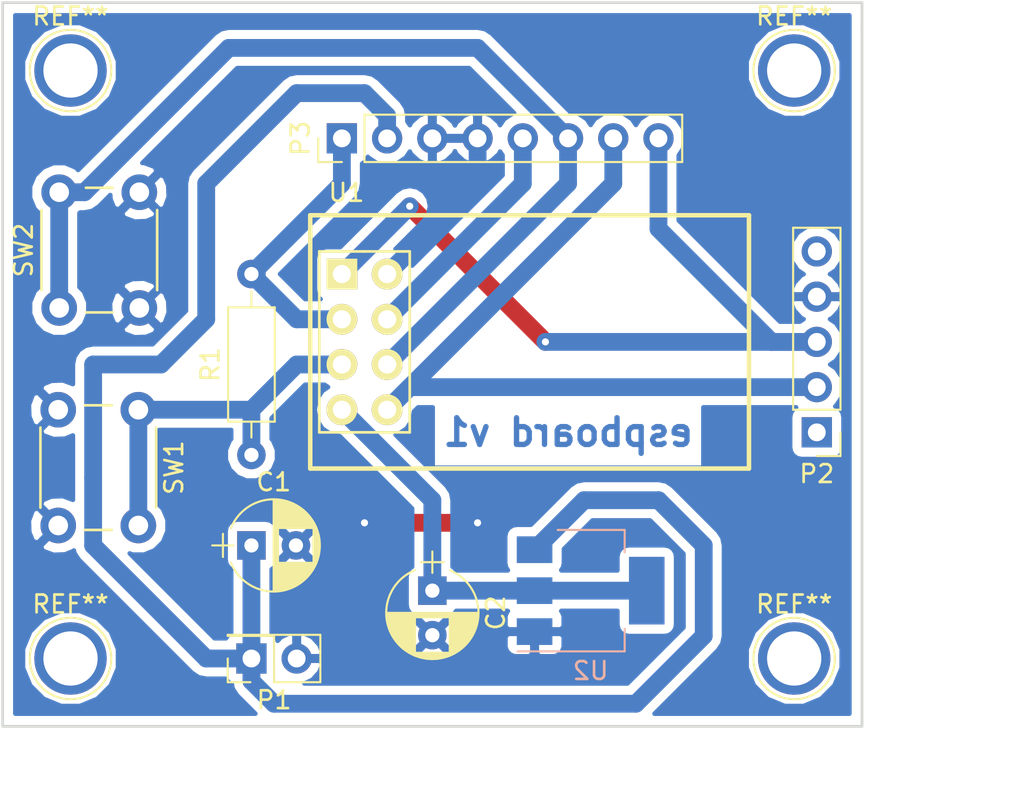
<source format=kicad_pcb>
(kicad_pcb (version 4) (host pcbnew 4.0.5-e0-6337~49~ubuntu16.04.1)

  (general
    (links 31)
    (no_connects 2)
    (area 69.774999 72.177 131.04 119.540001)
    (thickness 1.6)
    (drawings 9)
    (tracks 63)
    (zones 0)
    (modules 14)
    (nets 11)
  )

  (page A4)
  (title_block
    (title espboard)
    (date 2017-02-15)
    (rev v1)
    (company "Romain Porte")
    (comment 1 "Creative Commons BY-SA")
  )

  (layers
    (0 F.Cu signal)
    (31 B.Cu signal)
    (32 B.Adhes user)
    (33 F.Adhes user)
    (34 B.Paste user)
    (35 F.Paste user)
    (36 B.SilkS user)
    (37 F.SilkS user)
    (38 B.Mask user)
    (39 F.Mask user)
    (40 Dwgs.User user)
    (41 Cmts.User user)
    (42 Eco1.User user)
    (43 Eco2.User user)
    (44 Edge.Cuts user)
    (45 Margin user)
    (46 B.CrtYd user)
    (47 F.CrtYd user)
    (48 B.Fab user)
    (49 F.Fab user)
  )

  (setup
    (last_trace_width 1)
    (trace_clearance 0.2)
    (zone_clearance 0.508)
    (zone_45_only no)
    (trace_min 0.2)
    (segment_width 0.2)
    (edge_width 0.15)
    (via_size 0.6)
    (via_drill 0.4)
    (via_min_size 0.4)
    (via_min_drill 0.3)
    (uvia_size 0.3)
    (uvia_drill 0.1)
    (uvias_allowed no)
    (uvia_min_size 0.2)
    (uvia_min_drill 0.1)
    (pcb_text_width 0.3)
    (pcb_text_size 1.5 1.5)
    (mod_edge_width 0.15)
    (mod_text_size 1 1)
    (mod_text_width 0.15)
    (pad_size 1.524 1.524)
    (pad_drill 0.762)
    (pad_to_mask_clearance 0.2)
    (aux_axis_origin 0 0)
    (visible_elements FFFFFF7F)
    (pcbplotparams
      (layerselection 0x00030_80000001)
      (usegerberextensions false)
      (excludeedgelayer true)
      (linewidth 0.100000)
      (plotframeref false)
      (viasonmask false)
      (mode 1)
      (useauxorigin false)
      (hpglpennumber 1)
      (hpglpenspeed 20)
      (hpglpendiameter 15)
      (hpglpenoverlay 2)
      (psnegative false)
      (psa4output false)
      (plotreference true)
      (plotvalue true)
      (plotinvisibletext false)
      (padsonsilk false)
      (subtractmaskfromsilk false)
      (outputformat 1)
      (mirror false)
      (drillshape 1)
      (scaleselection 1)
      (outputdirectory ""))
  )

  (net 0 "")
  (net 1 PWR_5V)
  (net 2 GND)
  (net 3 PWR_3V3)
  (net 4 "Net-(P2-Pad1)")
  (net 5 UART_TXD)
  (net 6 UART_RXD)
  (net 7 "Net-(P2-Pad5)")
  (net 8 ESP_GPIO0)
  (net 9 ESP_GPIO2)
  (net 10 "Net-(R1-Pad1)")

  (net_class Default "This is the default net class."
    (clearance 0.2)
    (trace_width 1)
    (via_dia 0.6)
    (via_drill 0.4)
    (uvia_dia 0.3)
    (uvia_drill 0.1)
    (add_net ESP_GPIO0)
    (add_net ESP_GPIO2)
    (add_net GND)
    (add_net "Net-(P2-Pad1)")
    (add_net "Net-(P2-Pad5)")
    (add_net "Net-(R1-Pad1)")
    (add_net PWR_3V3)
    (add_net PWR_5V)
    (add_net UART_RXD)
    (add_net UART_TXD)
  )

  (net_class USB ""
    (clearance 0.2)
    (trace_width 0.5)
    (via_dia 0.6)
    (via_drill 0.4)
    (uvia_dia 0.3)
    (uvia_drill 0.1)
  )

  (module Capacitors_THT:CP_Radial_D5.0mm_P2.50mm (layer F.Cu) (tedit 58765D06) (tstamp 58A471FA)
    (at 83.82 102.87)
    (descr "CP, Radial series, Radial, pin pitch=2.50mm, , diameter=5mm, Electrolytic Capacitor")
    (tags "CP Radial series Radial pin pitch 2.50mm  diameter 5mm Electrolytic Capacitor")
    (path /58A46B18)
    (fp_text reference C1 (at 1.25 -3.56) (layer F.SilkS)
      (effects (font (size 1 1) (thickness 0.15)))
    )
    (fp_text value 10u (at 1.25 3.56) (layer F.Fab)
      (effects (font (size 1 1) (thickness 0.15)))
    )
    (fp_arc (start 1.25 0) (end -1.147436 -0.98) (angle 135.5) (layer F.SilkS) (width 0.12))
    (fp_arc (start 1.25 0) (end -1.147436 0.98) (angle -135.5) (layer F.SilkS) (width 0.12))
    (fp_arc (start 1.25 0) (end 3.647436 -0.98) (angle 44.5) (layer F.SilkS) (width 0.12))
    (fp_circle (center 1.25 0) (end 3.75 0) (layer F.Fab) (width 0.1))
    (fp_line (start -2.2 0) (end -1 0) (layer F.Fab) (width 0.1))
    (fp_line (start -1.6 -0.65) (end -1.6 0.65) (layer F.Fab) (width 0.1))
    (fp_line (start 1.25 -2.55) (end 1.25 2.55) (layer F.SilkS) (width 0.12))
    (fp_line (start 1.29 -2.55) (end 1.29 2.55) (layer F.SilkS) (width 0.12))
    (fp_line (start 1.33 -2.549) (end 1.33 2.549) (layer F.SilkS) (width 0.12))
    (fp_line (start 1.37 -2.548) (end 1.37 2.548) (layer F.SilkS) (width 0.12))
    (fp_line (start 1.41 -2.546) (end 1.41 2.546) (layer F.SilkS) (width 0.12))
    (fp_line (start 1.45 -2.543) (end 1.45 2.543) (layer F.SilkS) (width 0.12))
    (fp_line (start 1.49 -2.539) (end 1.49 2.539) (layer F.SilkS) (width 0.12))
    (fp_line (start 1.53 -2.535) (end 1.53 -0.98) (layer F.SilkS) (width 0.12))
    (fp_line (start 1.53 0.98) (end 1.53 2.535) (layer F.SilkS) (width 0.12))
    (fp_line (start 1.57 -2.531) (end 1.57 -0.98) (layer F.SilkS) (width 0.12))
    (fp_line (start 1.57 0.98) (end 1.57 2.531) (layer F.SilkS) (width 0.12))
    (fp_line (start 1.61 -2.525) (end 1.61 -0.98) (layer F.SilkS) (width 0.12))
    (fp_line (start 1.61 0.98) (end 1.61 2.525) (layer F.SilkS) (width 0.12))
    (fp_line (start 1.65 -2.519) (end 1.65 -0.98) (layer F.SilkS) (width 0.12))
    (fp_line (start 1.65 0.98) (end 1.65 2.519) (layer F.SilkS) (width 0.12))
    (fp_line (start 1.69 -2.513) (end 1.69 -0.98) (layer F.SilkS) (width 0.12))
    (fp_line (start 1.69 0.98) (end 1.69 2.513) (layer F.SilkS) (width 0.12))
    (fp_line (start 1.73 -2.506) (end 1.73 -0.98) (layer F.SilkS) (width 0.12))
    (fp_line (start 1.73 0.98) (end 1.73 2.506) (layer F.SilkS) (width 0.12))
    (fp_line (start 1.77 -2.498) (end 1.77 -0.98) (layer F.SilkS) (width 0.12))
    (fp_line (start 1.77 0.98) (end 1.77 2.498) (layer F.SilkS) (width 0.12))
    (fp_line (start 1.81 -2.489) (end 1.81 -0.98) (layer F.SilkS) (width 0.12))
    (fp_line (start 1.81 0.98) (end 1.81 2.489) (layer F.SilkS) (width 0.12))
    (fp_line (start 1.85 -2.48) (end 1.85 -0.98) (layer F.SilkS) (width 0.12))
    (fp_line (start 1.85 0.98) (end 1.85 2.48) (layer F.SilkS) (width 0.12))
    (fp_line (start 1.89 -2.47) (end 1.89 -0.98) (layer F.SilkS) (width 0.12))
    (fp_line (start 1.89 0.98) (end 1.89 2.47) (layer F.SilkS) (width 0.12))
    (fp_line (start 1.93 -2.46) (end 1.93 -0.98) (layer F.SilkS) (width 0.12))
    (fp_line (start 1.93 0.98) (end 1.93 2.46) (layer F.SilkS) (width 0.12))
    (fp_line (start 1.971 -2.448) (end 1.971 -0.98) (layer F.SilkS) (width 0.12))
    (fp_line (start 1.971 0.98) (end 1.971 2.448) (layer F.SilkS) (width 0.12))
    (fp_line (start 2.011 -2.436) (end 2.011 -0.98) (layer F.SilkS) (width 0.12))
    (fp_line (start 2.011 0.98) (end 2.011 2.436) (layer F.SilkS) (width 0.12))
    (fp_line (start 2.051 -2.424) (end 2.051 -0.98) (layer F.SilkS) (width 0.12))
    (fp_line (start 2.051 0.98) (end 2.051 2.424) (layer F.SilkS) (width 0.12))
    (fp_line (start 2.091 -2.41) (end 2.091 -0.98) (layer F.SilkS) (width 0.12))
    (fp_line (start 2.091 0.98) (end 2.091 2.41) (layer F.SilkS) (width 0.12))
    (fp_line (start 2.131 -2.396) (end 2.131 -0.98) (layer F.SilkS) (width 0.12))
    (fp_line (start 2.131 0.98) (end 2.131 2.396) (layer F.SilkS) (width 0.12))
    (fp_line (start 2.171 -2.382) (end 2.171 -0.98) (layer F.SilkS) (width 0.12))
    (fp_line (start 2.171 0.98) (end 2.171 2.382) (layer F.SilkS) (width 0.12))
    (fp_line (start 2.211 -2.366) (end 2.211 -0.98) (layer F.SilkS) (width 0.12))
    (fp_line (start 2.211 0.98) (end 2.211 2.366) (layer F.SilkS) (width 0.12))
    (fp_line (start 2.251 -2.35) (end 2.251 -0.98) (layer F.SilkS) (width 0.12))
    (fp_line (start 2.251 0.98) (end 2.251 2.35) (layer F.SilkS) (width 0.12))
    (fp_line (start 2.291 -2.333) (end 2.291 -0.98) (layer F.SilkS) (width 0.12))
    (fp_line (start 2.291 0.98) (end 2.291 2.333) (layer F.SilkS) (width 0.12))
    (fp_line (start 2.331 -2.315) (end 2.331 -0.98) (layer F.SilkS) (width 0.12))
    (fp_line (start 2.331 0.98) (end 2.331 2.315) (layer F.SilkS) (width 0.12))
    (fp_line (start 2.371 -2.296) (end 2.371 -0.98) (layer F.SilkS) (width 0.12))
    (fp_line (start 2.371 0.98) (end 2.371 2.296) (layer F.SilkS) (width 0.12))
    (fp_line (start 2.411 -2.276) (end 2.411 -0.98) (layer F.SilkS) (width 0.12))
    (fp_line (start 2.411 0.98) (end 2.411 2.276) (layer F.SilkS) (width 0.12))
    (fp_line (start 2.451 -2.256) (end 2.451 -0.98) (layer F.SilkS) (width 0.12))
    (fp_line (start 2.451 0.98) (end 2.451 2.256) (layer F.SilkS) (width 0.12))
    (fp_line (start 2.491 -2.234) (end 2.491 -0.98) (layer F.SilkS) (width 0.12))
    (fp_line (start 2.491 0.98) (end 2.491 2.234) (layer F.SilkS) (width 0.12))
    (fp_line (start 2.531 -2.212) (end 2.531 -0.98) (layer F.SilkS) (width 0.12))
    (fp_line (start 2.531 0.98) (end 2.531 2.212) (layer F.SilkS) (width 0.12))
    (fp_line (start 2.571 -2.189) (end 2.571 -0.98) (layer F.SilkS) (width 0.12))
    (fp_line (start 2.571 0.98) (end 2.571 2.189) (layer F.SilkS) (width 0.12))
    (fp_line (start 2.611 -2.165) (end 2.611 -0.98) (layer F.SilkS) (width 0.12))
    (fp_line (start 2.611 0.98) (end 2.611 2.165) (layer F.SilkS) (width 0.12))
    (fp_line (start 2.651 -2.14) (end 2.651 -0.98) (layer F.SilkS) (width 0.12))
    (fp_line (start 2.651 0.98) (end 2.651 2.14) (layer F.SilkS) (width 0.12))
    (fp_line (start 2.691 -2.113) (end 2.691 -0.98) (layer F.SilkS) (width 0.12))
    (fp_line (start 2.691 0.98) (end 2.691 2.113) (layer F.SilkS) (width 0.12))
    (fp_line (start 2.731 -2.086) (end 2.731 -0.98) (layer F.SilkS) (width 0.12))
    (fp_line (start 2.731 0.98) (end 2.731 2.086) (layer F.SilkS) (width 0.12))
    (fp_line (start 2.771 -2.058) (end 2.771 -0.98) (layer F.SilkS) (width 0.12))
    (fp_line (start 2.771 0.98) (end 2.771 2.058) (layer F.SilkS) (width 0.12))
    (fp_line (start 2.811 -2.028) (end 2.811 -0.98) (layer F.SilkS) (width 0.12))
    (fp_line (start 2.811 0.98) (end 2.811 2.028) (layer F.SilkS) (width 0.12))
    (fp_line (start 2.851 -1.997) (end 2.851 -0.98) (layer F.SilkS) (width 0.12))
    (fp_line (start 2.851 0.98) (end 2.851 1.997) (layer F.SilkS) (width 0.12))
    (fp_line (start 2.891 -1.965) (end 2.891 -0.98) (layer F.SilkS) (width 0.12))
    (fp_line (start 2.891 0.98) (end 2.891 1.965) (layer F.SilkS) (width 0.12))
    (fp_line (start 2.931 -1.932) (end 2.931 -0.98) (layer F.SilkS) (width 0.12))
    (fp_line (start 2.931 0.98) (end 2.931 1.932) (layer F.SilkS) (width 0.12))
    (fp_line (start 2.971 -1.897) (end 2.971 -0.98) (layer F.SilkS) (width 0.12))
    (fp_line (start 2.971 0.98) (end 2.971 1.897) (layer F.SilkS) (width 0.12))
    (fp_line (start 3.011 -1.861) (end 3.011 -0.98) (layer F.SilkS) (width 0.12))
    (fp_line (start 3.011 0.98) (end 3.011 1.861) (layer F.SilkS) (width 0.12))
    (fp_line (start 3.051 -1.823) (end 3.051 -0.98) (layer F.SilkS) (width 0.12))
    (fp_line (start 3.051 0.98) (end 3.051 1.823) (layer F.SilkS) (width 0.12))
    (fp_line (start 3.091 -1.783) (end 3.091 -0.98) (layer F.SilkS) (width 0.12))
    (fp_line (start 3.091 0.98) (end 3.091 1.783) (layer F.SilkS) (width 0.12))
    (fp_line (start 3.131 -1.742) (end 3.131 -0.98) (layer F.SilkS) (width 0.12))
    (fp_line (start 3.131 0.98) (end 3.131 1.742) (layer F.SilkS) (width 0.12))
    (fp_line (start 3.171 -1.699) (end 3.171 -0.98) (layer F.SilkS) (width 0.12))
    (fp_line (start 3.171 0.98) (end 3.171 1.699) (layer F.SilkS) (width 0.12))
    (fp_line (start 3.211 -1.654) (end 3.211 -0.98) (layer F.SilkS) (width 0.12))
    (fp_line (start 3.211 0.98) (end 3.211 1.654) (layer F.SilkS) (width 0.12))
    (fp_line (start 3.251 -1.606) (end 3.251 -0.98) (layer F.SilkS) (width 0.12))
    (fp_line (start 3.251 0.98) (end 3.251 1.606) (layer F.SilkS) (width 0.12))
    (fp_line (start 3.291 -1.556) (end 3.291 -0.98) (layer F.SilkS) (width 0.12))
    (fp_line (start 3.291 0.98) (end 3.291 1.556) (layer F.SilkS) (width 0.12))
    (fp_line (start 3.331 -1.504) (end 3.331 -0.98) (layer F.SilkS) (width 0.12))
    (fp_line (start 3.331 0.98) (end 3.331 1.504) (layer F.SilkS) (width 0.12))
    (fp_line (start 3.371 -1.448) (end 3.371 -0.98) (layer F.SilkS) (width 0.12))
    (fp_line (start 3.371 0.98) (end 3.371 1.448) (layer F.SilkS) (width 0.12))
    (fp_line (start 3.411 -1.39) (end 3.411 -0.98) (layer F.SilkS) (width 0.12))
    (fp_line (start 3.411 0.98) (end 3.411 1.39) (layer F.SilkS) (width 0.12))
    (fp_line (start 3.451 -1.327) (end 3.451 -0.98) (layer F.SilkS) (width 0.12))
    (fp_line (start 3.451 0.98) (end 3.451 1.327) (layer F.SilkS) (width 0.12))
    (fp_line (start 3.491 -1.261) (end 3.491 1.261) (layer F.SilkS) (width 0.12))
    (fp_line (start 3.531 -1.189) (end 3.531 1.189) (layer F.SilkS) (width 0.12))
    (fp_line (start 3.571 -1.112) (end 3.571 1.112) (layer F.SilkS) (width 0.12))
    (fp_line (start 3.611 -1.028) (end 3.611 1.028) (layer F.SilkS) (width 0.12))
    (fp_line (start 3.651 -0.934) (end 3.651 0.934) (layer F.SilkS) (width 0.12))
    (fp_line (start 3.691 -0.829) (end 3.691 0.829) (layer F.SilkS) (width 0.12))
    (fp_line (start 3.731 -0.707) (end 3.731 0.707) (layer F.SilkS) (width 0.12))
    (fp_line (start 3.771 -0.559) (end 3.771 0.559) (layer F.SilkS) (width 0.12))
    (fp_line (start 3.811 -0.354) (end 3.811 0.354) (layer F.SilkS) (width 0.12))
    (fp_line (start -2.2 0) (end -1 0) (layer F.SilkS) (width 0.12))
    (fp_line (start -1.6 -0.65) (end -1.6 0.65) (layer F.SilkS) (width 0.12))
    (fp_line (start -1.6 -2.85) (end -1.6 2.85) (layer F.CrtYd) (width 0.05))
    (fp_line (start -1.6 2.85) (end 4.1 2.85) (layer F.CrtYd) (width 0.05))
    (fp_line (start 4.1 2.85) (end 4.1 -2.85) (layer F.CrtYd) (width 0.05))
    (fp_line (start 4.1 -2.85) (end -1.6 -2.85) (layer F.CrtYd) (width 0.05))
    (pad 1 thru_hole rect (at 0 0) (size 1.6 1.6) (drill 0.8) (layers *.Cu *.Mask)
      (net 1 PWR_5V))
    (pad 2 thru_hole circle (at 2.5 0) (size 1.6 1.6) (drill 0.8) (layers *.Cu *.Mask)
      (net 2 GND))
    (model Capacitors_ThroughHole.3dshapes/CP_Radial_D5.0mm_P2.50mm.wrl
      (at (xyz 0 0 0))
      (scale (xyz 0.393701 0.393701 0.393701))
      (rotate (xyz 0 0 0))
    )
  )

  (module Capacitors_THT:CP_Radial_D5.0mm_P2.50mm (layer F.Cu) (tedit 58765D06) (tstamp 58A47200)
    (at 93.98 105.41 270)
    (descr "CP, Radial series, Radial, pin pitch=2.50mm, , diameter=5mm, Electrolytic Capacitor")
    (tags "CP Radial series Radial pin pitch 2.50mm  diameter 5mm Electrolytic Capacitor")
    (path /58A46AE1)
    (fp_text reference C2 (at 1.25 -3.56 270) (layer F.SilkS)
      (effects (font (size 1 1) (thickness 0.15)))
    )
    (fp_text value 10u (at 1.25 3.56 270) (layer F.Fab)
      (effects (font (size 1 1) (thickness 0.15)))
    )
    (fp_arc (start 1.25 0) (end -1.147436 -0.98) (angle 135.5) (layer F.SilkS) (width 0.12))
    (fp_arc (start 1.25 0) (end -1.147436 0.98) (angle -135.5) (layer F.SilkS) (width 0.12))
    (fp_arc (start 1.25 0) (end 3.647436 -0.98) (angle 44.5) (layer F.SilkS) (width 0.12))
    (fp_circle (center 1.25 0) (end 3.75 0) (layer F.Fab) (width 0.1))
    (fp_line (start -2.2 0) (end -1 0) (layer F.Fab) (width 0.1))
    (fp_line (start -1.6 -0.65) (end -1.6 0.65) (layer F.Fab) (width 0.1))
    (fp_line (start 1.25 -2.55) (end 1.25 2.55) (layer F.SilkS) (width 0.12))
    (fp_line (start 1.29 -2.55) (end 1.29 2.55) (layer F.SilkS) (width 0.12))
    (fp_line (start 1.33 -2.549) (end 1.33 2.549) (layer F.SilkS) (width 0.12))
    (fp_line (start 1.37 -2.548) (end 1.37 2.548) (layer F.SilkS) (width 0.12))
    (fp_line (start 1.41 -2.546) (end 1.41 2.546) (layer F.SilkS) (width 0.12))
    (fp_line (start 1.45 -2.543) (end 1.45 2.543) (layer F.SilkS) (width 0.12))
    (fp_line (start 1.49 -2.539) (end 1.49 2.539) (layer F.SilkS) (width 0.12))
    (fp_line (start 1.53 -2.535) (end 1.53 -0.98) (layer F.SilkS) (width 0.12))
    (fp_line (start 1.53 0.98) (end 1.53 2.535) (layer F.SilkS) (width 0.12))
    (fp_line (start 1.57 -2.531) (end 1.57 -0.98) (layer F.SilkS) (width 0.12))
    (fp_line (start 1.57 0.98) (end 1.57 2.531) (layer F.SilkS) (width 0.12))
    (fp_line (start 1.61 -2.525) (end 1.61 -0.98) (layer F.SilkS) (width 0.12))
    (fp_line (start 1.61 0.98) (end 1.61 2.525) (layer F.SilkS) (width 0.12))
    (fp_line (start 1.65 -2.519) (end 1.65 -0.98) (layer F.SilkS) (width 0.12))
    (fp_line (start 1.65 0.98) (end 1.65 2.519) (layer F.SilkS) (width 0.12))
    (fp_line (start 1.69 -2.513) (end 1.69 -0.98) (layer F.SilkS) (width 0.12))
    (fp_line (start 1.69 0.98) (end 1.69 2.513) (layer F.SilkS) (width 0.12))
    (fp_line (start 1.73 -2.506) (end 1.73 -0.98) (layer F.SilkS) (width 0.12))
    (fp_line (start 1.73 0.98) (end 1.73 2.506) (layer F.SilkS) (width 0.12))
    (fp_line (start 1.77 -2.498) (end 1.77 -0.98) (layer F.SilkS) (width 0.12))
    (fp_line (start 1.77 0.98) (end 1.77 2.498) (layer F.SilkS) (width 0.12))
    (fp_line (start 1.81 -2.489) (end 1.81 -0.98) (layer F.SilkS) (width 0.12))
    (fp_line (start 1.81 0.98) (end 1.81 2.489) (layer F.SilkS) (width 0.12))
    (fp_line (start 1.85 -2.48) (end 1.85 -0.98) (layer F.SilkS) (width 0.12))
    (fp_line (start 1.85 0.98) (end 1.85 2.48) (layer F.SilkS) (width 0.12))
    (fp_line (start 1.89 -2.47) (end 1.89 -0.98) (layer F.SilkS) (width 0.12))
    (fp_line (start 1.89 0.98) (end 1.89 2.47) (layer F.SilkS) (width 0.12))
    (fp_line (start 1.93 -2.46) (end 1.93 -0.98) (layer F.SilkS) (width 0.12))
    (fp_line (start 1.93 0.98) (end 1.93 2.46) (layer F.SilkS) (width 0.12))
    (fp_line (start 1.971 -2.448) (end 1.971 -0.98) (layer F.SilkS) (width 0.12))
    (fp_line (start 1.971 0.98) (end 1.971 2.448) (layer F.SilkS) (width 0.12))
    (fp_line (start 2.011 -2.436) (end 2.011 -0.98) (layer F.SilkS) (width 0.12))
    (fp_line (start 2.011 0.98) (end 2.011 2.436) (layer F.SilkS) (width 0.12))
    (fp_line (start 2.051 -2.424) (end 2.051 -0.98) (layer F.SilkS) (width 0.12))
    (fp_line (start 2.051 0.98) (end 2.051 2.424) (layer F.SilkS) (width 0.12))
    (fp_line (start 2.091 -2.41) (end 2.091 -0.98) (layer F.SilkS) (width 0.12))
    (fp_line (start 2.091 0.98) (end 2.091 2.41) (layer F.SilkS) (width 0.12))
    (fp_line (start 2.131 -2.396) (end 2.131 -0.98) (layer F.SilkS) (width 0.12))
    (fp_line (start 2.131 0.98) (end 2.131 2.396) (layer F.SilkS) (width 0.12))
    (fp_line (start 2.171 -2.382) (end 2.171 -0.98) (layer F.SilkS) (width 0.12))
    (fp_line (start 2.171 0.98) (end 2.171 2.382) (layer F.SilkS) (width 0.12))
    (fp_line (start 2.211 -2.366) (end 2.211 -0.98) (layer F.SilkS) (width 0.12))
    (fp_line (start 2.211 0.98) (end 2.211 2.366) (layer F.SilkS) (width 0.12))
    (fp_line (start 2.251 -2.35) (end 2.251 -0.98) (layer F.SilkS) (width 0.12))
    (fp_line (start 2.251 0.98) (end 2.251 2.35) (layer F.SilkS) (width 0.12))
    (fp_line (start 2.291 -2.333) (end 2.291 -0.98) (layer F.SilkS) (width 0.12))
    (fp_line (start 2.291 0.98) (end 2.291 2.333) (layer F.SilkS) (width 0.12))
    (fp_line (start 2.331 -2.315) (end 2.331 -0.98) (layer F.SilkS) (width 0.12))
    (fp_line (start 2.331 0.98) (end 2.331 2.315) (layer F.SilkS) (width 0.12))
    (fp_line (start 2.371 -2.296) (end 2.371 -0.98) (layer F.SilkS) (width 0.12))
    (fp_line (start 2.371 0.98) (end 2.371 2.296) (layer F.SilkS) (width 0.12))
    (fp_line (start 2.411 -2.276) (end 2.411 -0.98) (layer F.SilkS) (width 0.12))
    (fp_line (start 2.411 0.98) (end 2.411 2.276) (layer F.SilkS) (width 0.12))
    (fp_line (start 2.451 -2.256) (end 2.451 -0.98) (layer F.SilkS) (width 0.12))
    (fp_line (start 2.451 0.98) (end 2.451 2.256) (layer F.SilkS) (width 0.12))
    (fp_line (start 2.491 -2.234) (end 2.491 -0.98) (layer F.SilkS) (width 0.12))
    (fp_line (start 2.491 0.98) (end 2.491 2.234) (layer F.SilkS) (width 0.12))
    (fp_line (start 2.531 -2.212) (end 2.531 -0.98) (layer F.SilkS) (width 0.12))
    (fp_line (start 2.531 0.98) (end 2.531 2.212) (layer F.SilkS) (width 0.12))
    (fp_line (start 2.571 -2.189) (end 2.571 -0.98) (layer F.SilkS) (width 0.12))
    (fp_line (start 2.571 0.98) (end 2.571 2.189) (layer F.SilkS) (width 0.12))
    (fp_line (start 2.611 -2.165) (end 2.611 -0.98) (layer F.SilkS) (width 0.12))
    (fp_line (start 2.611 0.98) (end 2.611 2.165) (layer F.SilkS) (width 0.12))
    (fp_line (start 2.651 -2.14) (end 2.651 -0.98) (layer F.SilkS) (width 0.12))
    (fp_line (start 2.651 0.98) (end 2.651 2.14) (layer F.SilkS) (width 0.12))
    (fp_line (start 2.691 -2.113) (end 2.691 -0.98) (layer F.SilkS) (width 0.12))
    (fp_line (start 2.691 0.98) (end 2.691 2.113) (layer F.SilkS) (width 0.12))
    (fp_line (start 2.731 -2.086) (end 2.731 -0.98) (layer F.SilkS) (width 0.12))
    (fp_line (start 2.731 0.98) (end 2.731 2.086) (layer F.SilkS) (width 0.12))
    (fp_line (start 2.771 -2.058) (end 2.771 -0.98) (layer F.SilkS) (width 0.12))
    (fp_line (start 2.771 0.98) (end 2.771 2.058) (layer F.SilkS) (width 0.12))
    (fp_line (start 2.811 -2.028) (end 2.811 -0.98) (layer F.SilkS) (width 0.12))
    (fp_line (start 2.811 0.98) (end 2.811 2.028) (layer F.SilkS) (width 0.12))
    (fp_line (start 2.851 -1.997) (end 2.851 -0.98) (layer F.SilkS) (width 0.12))
    (fp_line (start 2.851 0.98) (end 2.851 1.997) (layer F.SilkS) (width 0.12))
    (fp_line (start 2.891 -1.965) (end 2.891 -0.98) (layer F.SilkS) (width 0.12))
    (fp_line (start 2.891 0.98) (end 2.891 1.965) (layer F.SilkS) (width 0.12))
    (fp_line (start 2.931 -1.932) (end 2.931 -0.98) (layer F.SilkS) (width 0.12))
    (fp_line (start 2.931 0.98) (end 2.931 1.932) (layer F.SilkS) (width 0.12))
    (fp_line (start 2.971 -1.897) (end 2.971 -0.98) (layer F.SilkS) (width 0.12))
    (fp_line (start 2.971 0.98) (end 2.971 1.897) (layer F.SilkS) (width 0.12))
    (fp_line (start 3.011 -1.861) (end 3.011 -0.98) (layer F.SilkS) (width 0.12))
    (fp_line (start 3.011 0.98) (end 3.011 1.861) (layer F.SilkS) (width 0.12))
    (fp_line (start 3.051 -1.823) (end 3.051 -0.98) (layer F.SilkS) (width 0.12))
    (fp_line (start 3.051 0.98) (end 3.051 1.823) (layer F.SilkS) (width 0.12))
    (fp_line (start 3.091 -1.783) (end 3.091 -0.98) (layer F.SilkS) (width 0.12))
    (fp_line (start 3.091 0.98) (end 3.091 1.783) (layer F.SilkS) (width 0.12))
    (fp_line (start 3.131 -1.742) (end 3.131 -0.98) (layer F.SilkS) (width 0.12))
    (fp_line (start 3.131 0.98) (end 3.131 1.742) (layer F.SilkS) (width 0.12))
    (fp_line (start 3.171 -1.699) (end 3.171 -0.98) (layer F.SilkS) (width 0.12))
    (fp_line (start 3.171 0.98) (end 3.171 1.699) (layer F.SilkS) (width 0.12))
    (fp_line (start 3.211 -1.654) (end 3.211 -0.98) (layer F.SilkS) (width 0.12))
    (fp_line (start 3.211 0.98) (end 3.211 1.654) (layer F.SilkS) (width 0.12))
    (fp_line (start 3.251 -1.606) (end 3.251 -0.98) (layer F.SilkS) (width 0.12))
    (fp_line (start 3.251 0.98) (end 3.251 1.606) (layer F.SilkS) (width 0.12))
    (fp_line (start 3.291 -1.556) (end 3.291 -0.98) (layer F.SilkS) (width 0.12))
    (fp_line (start 3.291 0.98) (end 3.291 1.556) (layer F.SilkS) (width 0.12))
    (fp_line (start 3.331 -1.504) (end 3.331 -0.98) (layer F.SilkS) (width 0.12))
    (fp_line (start 3.331 0.98) (end 3.331 1.504) (layer F.SilkS) (width 0.12))
    (fp_line (start 3.371 -1.448) (end 3.371 -0.98) (layer F.SilkS) (width 0.12))
    (fp_line (start 3.371 0.98) (end 3.371 1.448) (layer F.SilkS) (width 0.12))
    (fp_line (start 3.411 -1.39) (end 3.411 -0.98) (layer F.SilkS) (width 0.12))
    (fp_line (start 3.411 0.98) (end 3.411 1.39) (layer F.SilkS) (width 0.12))
    (fp_line (start 3.451 -1.327) (end 3.451 -0.98) (layer F.SilkS) (width 0.12))
    (fp_line (start 3.451 0.98) (end 3.451 1.327) (layer F.SilkS) (width 0.12))
    (fp_line (start 3.491 -1.261) (end 3.491 1.261) (layer F.SilkS) (width 0.12))
    (fp_line (start 3.531 -1.189) (end 3.531 1.189) (layer F.SilkS) (width 0.12))
    (fp_line (start 3.571 -1.112) (end 3.571 1.112) (layer F.SilkS) (width 0.12))
    (fp_line (start 3.611 -1.028) (end 3.611 1.028) (layer F.SilkS) (width 0.12))
    (fp_line (start 3.651 -0.934) (end 3.651 0.934) (layer F.SilkS) (width 0.12))
    (fp_line (start 3.691 -0.829) (end 3.691 0.829) (layer F.SilkS) (width 0.12))
    (fp_line (start 3.731 -0.707) (end 3.731 0.707) (layer F.SilkS) (width 0.12))
    (fp_line (start 3.771 -0.559) (end 3.771 0.559) (layer F.SilkS) (width 0.12))
    (fp_line (start 3.811 -0.354) (end 3.811 0.354) (layer F.SilkS) (width 0.12))
    (fp_line (start -2.2 0) (end -1 0) (layer F.SilkS) (width 0.12))
    (fp_line (start -1.6 -0.65) (end -1.6 0.65) (layer F.SilkS) (width 0.12))
    (fp_line (start -1.6 -2.85) (end -1.6 2.85) (layer F.CrtYd) (width 0.05))
    (fp_line (start -1.6 2.85) (end 4.1 2.85) (layer F.CrtYd) (width 0.05))
    (fp_line (start 4.1 2.85) (end 4.1 -2.85) (layer F.CrtYd) (width 0.05))
    (fp_line (start 4.1 -2.85) (end -1.6 -2.85) (layer F.CrtYd) (width 0.05))
    (pad 1 thru_hole rect (at 0 0 270) (size 1.6 1.6) (drill 0.8) (layers *.Cu *.Mask)
      (net 3 PWR_3V3))
    (pad 2 thru_hole circle (at 2.5 0 270) (size 1.6 1.6) (drill 0.8) (layers *.Cu *.Mask)
      (net 2 GND))
    (model Capacitors_ThroughHole.3dshapes/CP_Radial_D5.0mm_P2.50mm.wrl
      (at (xyz 0 0 0))
      (scale (xyz 0.393701 0.393701 0.393701))
      (rotate (xyz 0 0 0))
    )
  )

  (module Socket_Strips:Socket_Strip_Straight_2x01_Pitch2.54mm (layer F.Cu) (tedit 58A4973D) (tstamp 58A47206)
    (at 83.82 109.22 180)
    (descr "Through hole straight socket strip, 2x01, 2.54mm pitch, double rows")
    (tags "Through hole socket strip THT 2x01 2.54mm double row")
    (path /58A469C7)
    (fp_text reference P1 (at -1.27 -2.33 180) (layer F.SilkS)
      (effects (font (size 1 1) (thickness 0.15)))
    )
    (fp_text value CONN_PWR (at -1.27 -2.54 180) (layer F.Fab)
      (effects (font (size 1 1) (thickness 0.15)))
    )
    (fp_line (start -3.81 -1.27) (end -3.81 1.27) (layer F.Fab) (width 0.1))
    (fp_line (start -3.81 1.27) (end 1.27 1.27) (layer F.Fab) (width 0.1))
    (fp_line (start 1.27 1.27) (end 1.27 -1.27) (layer F.Fab) (width 0.1))
    (fp_line (start 1.27 -1.27) (end -3.81 -1.27) (layer F.Fab) (width 0.1))
    (fp_line (start 1.33 1.27) (end 1.33 1.33) (layer F.SilkS) (width 0.12))
    (fp_line (start 1.33 1.33) (end -3.87 1.33) (layer F.SilkS) (width 0.12))
    (fp_line (start -3.87 1.33) (end -3.87 -1.33) (layer F.SilkS) (width 0.12))
    (fp_line (start -3.87 -1.33) (end -1.27 -1.33) (layer F.SilkS) (width 0.12))
    (fp_line (start -1.27 -1.33) (end -1.27 1.27) (layer F.SilkS) (width 0.12))
    (fp_line (start -1.27 1.27) (end 1.33 1.27) (layer F.SilkS) (width 0.12))
    (fp_line (start 1.33 0) (end 1.33 -1.33) (layer F.SilkS) (width 0.12))
    (fp_line (start 1.33 -1.33) (end 0.06 -1.33) (layer F.SilkS) (width 0.12))
    (fp_line (start -4.1 -1.55) (end -4.1 1.55) (layer F.CrtYd) (width 0.05))
    (fp_line (start -4.1 1.55) (end 1.55 1.55) (layer F.CrtYd) (width 0.05))
    (fp_line (start 1.55 1.55) (end 1.55 -1.55) (layer F.CrtYd) (width 0.05))
    (fp_line (start 1.55 -1.55) (end -4.1 -1.55) (layer F.CrtYd) (width 0.05))
    (pad 1 thru_hole rect (at 0 0 180) (size 1.7 1.7) (drill 1) (layers *.Cu *.Mask)
      (net 1 PWR_5V))
    (pad 2 thru_hole oval (at -2.54 0 180) (size 1.7 1.7) (drill 1) (layers *.Cu *.Mask)
      (net 2 GND))
    (model Socket_Strips.3dshapes/Socket_Strip_Straight_2x01_Pitch2.54mm.wrl
      (at (xyz -0.05 0 0))
      (scale (xyz 1 1 1))
      (rotate (xyz 0 0 270))
    )
  )

  (module Socket_Strips:Socket_Strip_Straight_1x05_Pitch2.54mm (layer F.Cu) (tedit 58A49744) (tstamp 58A4720F)
    (at 115.57 96.52 180)
    (descr "Through hole straight socket strip, 1x05, 2.54mm pitch, single row")
    (tags "Through hole socket strip THT 1x05 2.54mm single row")
    (path /58A467E8)
    (fp_text reference P2 (at 0 -2.33 360) (layer F.SilkS)
      (effects (font (size 1 1) (thickness 0.15)))
    )
    (fp_text value CONN_UART (at 2.54 -3.81 270) (layer F.Fab)
      (effects (font (size 1 1) (thickness 0.15)))
    )
    (fp_line (start -1.27 -1.27) (end -1.27 11.43) (layer F.Fab) (width 0.1))
    (fp_line (start -1.27 11.43) (end 1.27 11.43) (layer F.Fab) (width 0.1))
    (fp_line (start 1.27 11.43) (end 1.27 -1.27) (layer F.Fab) (width 0.1))
    (fp_line (start 1.27 -1.27) (end -1.27 -1.27) (layer F.Fab) (width 0.1))
    (fp_line (start -1.33 1.27) (end -1.33 11.49) (layer F.SilkS) (width 0.12))
    (fp_line (start -1.33 11.49) (end 1.33 11.49) (layer F.SilkS) (width 0.12))
    (fp_line (start 1.33 11.49) (end 1.33 1.27) (layer F.SilkS) (width 0.12))
    (fp_line (start 1.33 1.27) (end -1.33 1.27) (layer F.SilkS) (width 0.12))
    (fp_line (start -1.33 0) (end -1.33 -1.33) (layer F.SilkS) (width 0.12))
    (fp_line (start -1.33 -1.33) (end 0 -1.33) (layer F.SilkS) (width 0.12))
    (fp_line (start -1.55 -1.55) (end -1.55 11.7) (layer F.CrtYd) (width 0.05))
    (fp_line (start -1.55 11.7) (end 1.55 11.7) (layer F.CrtYd) (width 0.05))
    (fp_line (start 1.55 11.7) (end 1.55 -1.55) (layer F.CrtYd) (width 0.05))
    (fp_line (start 1.55 -1.55) (end -1.55 -1.55) (layer F.CrtYd) (width 0.05))
    (pad 1 thru_hole rect (at 0 0 180) (size 1.7 1.7) (drill 1) (layers *.Cu *.Mask)
      (net 4 "Net-(P2-Pad1)"))
    (pad 2 thru_hole oval (at 0 2.54 180) (size 1.7 1.7) (drill 1) (layers *.Cu *.Mask)
      (net 5 UART_TXD))
    (pad 3 thru_hole oval (at 0 5.08 180) (size 1.7 1.7) (drill 1) (layers *.Cu *.Mask)
      (net 6 UART_RXD))
    (pad 4 thru_hole oval (at 0 7.62 180) (size 1.7 1.7) (drill 1) (layers *.Cu *.Mask)
      (net 2 GND))
    (pad 5 thru_hole oval (at 0 10.16 180) (size 1.7 1.7) (drill 1) (layers *.Cu *.Mask)
      (net 7 "Net-(P2-Pad5)"))
    (model Socket_Strips.3dshapes/Socket_Strip_Straight_1x05_Pitch2.54mm.wrl
      (at (xyz 0 -0.2 0))
      (scale (xyz 1 1 1))
      (rotate (xyz 0 0 270))
    )
  )

  (module Socket_Strips:Socket_Strip_Straight_1x08_Pitch2.54mm (layer F.Cu) (tedit 588DE956) (tstamp 58A4721B)
    (at 88.9 80.01 90)
    (descr "Through hole straight socket strip, 1x08, 2.54mm pitch, single row")
    (tags "Through hole socket strip THT 1x08 2.54mm single row")
    (path /58A47CA8)
    (fp_text reference P3 (at 0 -2.33 90) (layer F.SilkS)
      (effects (font (size 1 1) (thickness 0.15)))
    )
    (fp_text value CONN_IO (at 0 20.11 90) (layer F.Fab)
      (effects (font (size 1 1) (thickness 0.15)))
    )
    (fp_line (start -1.27 -1.27) (end -1.27 19.05) (layer F.Fab) (width 0.1))
    (fp_line (start -1.27 19.05) (end 1.27 19.05) (layer F.Fab) (width 0.1))
    (fp_line (start 1.27 19.05) (end 1.27 -1.27) (layer F.Fab) (width 0.1))
    (fp_line (start 1.27 -1.27) (end -1.27 -1.27) (layer F.Fab) (width 0.1))
    (fp_line (start -1.33 1.27) (end -1.33 19.11) (layer F.SilkS) (width 0.12))
    (fp_line (start -1.33 19.11) (end 1.33 19.11) (layer F.SilkS) (width 0.12))
    (fp_line (start 1.33 19.11) (end 1.33 1.27) (layer F.SilkS) (width 0.12))
    (fp_line (start 1.33 1.27) (end -1.33 1.27) (layer F.SilkS) (width 0.12))
    (fp_line (start -1.33 0) (end -1.33 -1.33) (layer F.SilkS) (width 0.12))
    (fp_line (start -1.33 -1.33) (end 0 -1.33) (layer F.SilkS) (width 0.12))
    (fp_line (start -1.55 -1.55) (end -1.55 19.3) (layer F.CrtYd) (width 0.05))
    (fp_line (start -1.55 19.3) (end 1.55 19.3) (layer F.CrtYd) (width 0.05))
    (fp_line (start 1.55 19.3) (end 1.55 -1.55) (layer F.CrtYd) (width 0.05))
    (fp_line (start 1.55 -1.55) (end -1.55 -1.55) (layer F.CrtYd) (width 0.05))
    (pad 1 thru_hole rect (at 0 0 90) (size 1.7 1.7) (drill 1) (layers *.Cu *.Mask)
      (net 3 PWR_3V3))
    (pad 2 thru_hole oval (at 0 2.54 90) (size 1.7 1.7) (drill 1) (layers *.Cu *.Mask)
      (net 1 PWR_5V))
    (pad 3 thru_hole oval (at 0 5.08 90) (size 1.7 1.7) (drill 1) (layers *.Cu *.Mask)
      (net 2 GND))
    (pad 4 thru_hole oval (at 0 7.62 90) (size 1.7 1.7) (drill 1) (layers *.Cu *.Mask)
      (net 2 GND))
    (pad 5 thru_hole oval (at 0 10.16 90) (size 1.7 1.7) (drill 1) (layers *.Cu *.Mask)
      (net 9 ESP_GPIO2))
    (pad 6 thru_hole oval (at 0 12.7 90) (size 1.7 1.7) (drill 1) (layers *.Cu *.Mask)
      (net 8 ESP_GPIO0))
    (pad 7 thru_hole oval (at 0 15.24 90) (size 1.7 1.7) (drill 1) (layers *.Cu *.Mask)
      (net 5 UART_TXD))
    (pad 8 thru_hole oval (at 0 17.78 90) (size 1.7 1.7) (drill 1) (layers *.Cu *.Mask)
      (net 6 UART_RXD))
    (model Socket_Strips.3dshapes/Socket_Strip_Straight_1x08_Pitch2.54mm.wrl
      (at (xyz 0 -0.35 0))
      (scale (xyz 1 1 1))
      (rotate (xyz 0 0 270))
    )
  )

  (module Resistors_THT:R_Axial_DIN0207_L6.3mm_D2.5mm_P10.16mm_Horizontal (layer F.Cu) (tedit 5874F706) (tstamp 58A4722E)
    (at 83.82 97.79 90)
    (descr "Resistor, Axial_DIN0207 series, Axial, Horizontal, pin pitch=10.16mm, 0.25W = 1/4W, length*diameter=6.3*2.5mm^2, http://cdn-reichelt.de/documents/datenblatt/B400/1_4W%23YAG.pdf")
    (tags "Resistor Axial_DIN0207 series Axial Horizontal pin pitch 10.16mm 0.25W = 1/4W length 6.3mm diameter 2.5mm")
    (path /58A46EFA)
    (fp_text reference R1 (at 5.08 -2.31 90) (layer F.SilkS)
      (effects (font (size 1 1) (thickness 0.15)))
    )
    (fp_text value 10k (at 5.08 2.31 90) (layer F.Fab)
      (effects (font (size 1 1) (thickness 0.15)))
    )
    (fp_line (start 1.93 -1.25) (end 1.93 1.25) (layer F.Fab) (width 0.1))
    (fp_line (start 1.93 1.25) (end 8.23 1.25) (layer F.Fab) (width 0.1))
    (fp_line (start 8.23 1.25) (end 8.23 -1.25) (layer F.Fab) (width 0.1))
    (fp_line (start 8.23 -1.25) (end 1.93 -1.25) (layer F.Fab) (width 0.1))
    (fp_line (start 0 0) (end 1.93 0) (layer F.Fab) (width 0.1))
    (fp_line (start 10.16 0) (end 8.23 0) (layer F.Fab) (width 0.1))
    (fp_line (start 1.87 -1.31) (end 1.87 1.31) (layer F.SilkS) (width 0.12))
    (fp_line (start 1.87 1.31) (end 8.29 1.31) (layer F.SilkS) (width 0.12))
    (fp_line (start 8.29 1.31) (end 8.29 -1.31) (layer F.SilkS) (width 0.12))
    (fp_line (start 8.29 -1.31) (end 1.87 -1.31) (layer F.SilkS) (width 0.12))
    (fp_line (start 0.98 0) (end 1.87 0) (layer F.SilkS) (width 0.12))
    (fp_line (start 9.18 0) (end 8.29 0) (layer F.SilkS) (width 0.12))
    (fp_line (start -1.05 -1.6) (end -1.05 1.6) (layer F.CrtYd) (width 0.05))
    (fp_line (start -1.05 1.6) (end 11.25 1.6) (layer F.CrtYd) (width 0.05))
    (fp_line (start 11.25 1.6) (end 11.25 -1.6) (layer F.CrtYd) (width 0.05))
    (fp_line (start 11.25 -1.6) (end -1.05 -1.6) (layer F.CrtYd) (width 0.05))
    (pad 1 thru_hole circle (at 0 0 90) (size 1.6 1.6) (drill 0.8) (layers *.Cu *.Mask)
      (net 10 "Net-(R1-Pad1)"))
    (pad 2 thru_hole oval (at 10.16 0 90) (size 1.6 1.6) (drill 0.8) (layers *.Cu *.Mask)
      (net 3 PWR_3V3))
    (model Resistors_ThroughHole.3dshapes/R_Axial_DIN0207_L6.3mm_D2.5mm_P10.16mm_Horizontal.wrl
      (at (xyz 0 0 0))
      (scale (xyz 0.393701 0.393701 0.393701))
      (rotate (xyz 0 0 0))
    )
  )

  (module Buttons_Switches_THT:SW_PUSH_6mm (layer F.Cu) (tedit 58A494EE) (tstamp 58A47236)
    (at 77.47 95.25 270)
    (descr https://www.omron.com/ecb/products/pdf/en-b3f.pdf)
    (tags "tact sw push 6mm")
    (path /58A46E42)
    (fp_text reference SW1 (at 3.25 -2 270) (layer F.SilkS)
      (effects (font (size 1 1) (thickness 0.15)))
    )
    (fp_text value SW_RST (at 3.81 -2.54 270) (layer F.Fab)
      (effects (font (size 1 1) (thickness 0.15)))
    )
    (fp_line (start 3.25 -0.75) (end 6.25 -0.75) (layer F.Fab) (width 0.1))
    (fp_line (start 6.25 -0.75) (end 6.25 5.25) (layer F.Fab) (width 0.1))
    (fp_line (start 6.25 5.25) (end 0.25 5.25) (layer F.Fab) (width 0.1))
    (fp_line (start 0.25 5.25) (end 0.25 -0.75) (layer F.Fab) (width 0.1))
    (fp_line (start 0.25 -0.75) (end 3.25 -0.75) (layer F.Fab) (width 0.1))
    (fp_line (start 7.75 6) (end 8 6) (layer F.CrtYd) (width 0.05))
    (fp_line (start 8 6) (end 8 5.75) (layer F.CrtYd) (width 0.05))
    (fp_line (start 7.75 -1.5) (end 8 -1.5) (layer F.CrtYd) (width 0.05))
    (fp_line (start 8 -1.5) (end 8 -1.25) (layer F.CrtYd) (width 0.05))
    (fp_line (start -1.5 -1.25) (end -1.5 -1.5) (layer F.CrtYd) (width 0.05))
    (fp_line (start -1.5 -1.5) (end -1.25 -1.5) (layer F.CrtYd) (width 0.05))
    (fp_line (start -1.5 5.75) (end -1.5 6) (layer F.CrtYd) (width 0.05))
    (fp_line (start -1.5 6) (end -1.25 6) (layer F.CrtYd) (width 0.05))
    (fp_line (start -1.25 -1.5) (end 7.75 -1.5) (layer F.CrtYd) (width 0.05))
    (fp_line (start -1.5 5.75) (end -1.5 -1.25) (layer F.CrtYd) (width 0.05))
    (fp_line (start 7.75 6) (end -1.25 6) (layer F.CrtYd) (width 0.05))
    (fp_line (start 8 -1.25) (end 8 5.75) (layer F.CrtYd) (width 0.05))
    (fp_line (start 1 5.5) (end 5.5 5.5) (layer F.SilkS) (width 0.15))
    (fp_line (start -0.25 1.5) (end -0.25 3) (layer F.SilkS) (width 0.15))
    (fp_line (start 5.5 -1) (end 1 -1) (layer F.SilkS) (width 0.15))
    (fp_line (start 6.75 3) (end 6.75 1.5) (layer F.SilkS) (width 0.15))
    (fp_circle (center 3.25 2.25) (end 1.25 2.5) (layer F.Fab) (width 0.1))
    (pad 2 thru_hole circle (at 0 4.5) (size 2 2) (drill 1.1) (layers *.Cu *.Mask)
      (net 2 GND))
    (pad 1 thru_hole circle (at 0 0) (size 2 2) (drill 1.1) (layers *.Cu *.Mask)
      (net 10 "Net-(R1-Pad1)"))
    (pad 2 thru_hole circle (at 6.5 4.5) (size 2 2) (drill 1.1) (layers *.Cu *.Mask)
      (net 2 GND))
    (pad 1 thru_hole circle (at 6.5 0) (size 2 2) (drill 1.1) (layers *.Cu *.Mask)
      (net 10 "Net-(R1-Pad1)"))
    (model Buttons_Switches_ThroughHole.3dshapes/SW_PUSH_6mm.wrl
      (at (xyz 0.005 0 0))
      (scale (xyz 0.3937 0.3937 0.3937))
      (rotate (xyz 0 0 0))
    )
  )

  (module Buttons_Switches_THT:SW_PUSH_6mm (layer F.Cu) (tedit 58134C96) (tstamp 58A4723E)
    (at 73.025 89.535 90)
    (descr https://www.omron.com/ecb/products/pdf/en-b3f.pdf)
    (tags "tact sw push 6mm")
    (path /58A47104)
    (fp_text reference SW2 (at 3.25 -2 90) (layer F.SilkS)
      (effects (font (size 1 1) (thickness 0.15)))
    )
    (fp_text value SW_FLASH (at 3.75 6.7 90) (layer F.Fab)
      (effects (font (size 1 1) (thickness 0.15)))
    )
    (fp_line (start 3.25 -0.75) (end 6.25 -0.75) (layer F.Fab) (width 0.1))
    (fp_line (start 6.25 -0.75) (end 6.25 5.25) (layer F.Fab) (width 0.1))
    (fp_line (start 6.25 5.25) (end 0.25 5.25) (layer F.Fab) (width 0.1))
    (fp_line (start 0.25 5.25) (end 0.25 -0.75) (layer F.Fab) (width 0.1))
    (fp_line (start 0.25 -0.75) (end 3.25 -0.75) (layer F.Fab) (width 0.1))
    (fp_line (start 7.75 6) (end 8 6) (layer F.CrtYd) (width 0.05))
    (fp_line (start 8 6) (end 8 5.75) (layer F.CrtYd) (width 0.05))
    (fp_line (start 7.75 -1.5) (end 8 -1.5) (layer F.CrtYd) (width 0.05))
    (fp_line (start 8 -1.5) (end 8 -1.25) (layer F.CrtYd) (width 0.05))
    (fp_line (start -1.5 -1.25) (end -1.5 -1.5) (layer F.CrtYd) (width 0.05))
    (fp_line (start -1.5 -1.5) (end -1.25 -1.5) (layer F.CrtYd) (width 0.05))
    (fp_line (start -1.5 5.75) (end -1.5 6) (layer F.CrtYd) (width 0.05))
    (fp_line (start -1.5 6) (end -1.25 6) (layer F.CrtYd) (width 0.05))
    (fp_line (start -1.25 -1.5) (end 7.75 -1.5) (layer F.CrtYd) (width 0.05))
    (fp_line (start -1.5 5.75) (end -1.5 -1.25) (layer F.CrtYd) (width 0.05))
    (fp_line (start 7.75 6) (end -1.25 6) (layer F.CrtYd) (width 0.05))
    (fp_line (start 8 -1.25) (end 8 5.75) (layer F.CrtYd) (width 0.05))
    (fp_line (start 1 5.5) (end 5.5 5.5) (layer F.SilkS) (width 0.15))
    (fp_line (start -0.25 1.5) (end -0.25 3) (layer F.SilkS) (width 0.15))
    (fp_line (start 5.5 -1) (end 1 -1) (layer F.SilkS) (width 0.15))
    (fp_line (start 6.75 3) (end 6.75 1.5) (layer F.SilkS) (width 0.15))
    (fp_circle (center 3.25 2.25) (end 1.25 2.5) (layer F.Fab) (width 0.1))
    (pad 2 thru_hole circle (at 0 4.5 180) (size 2 2) (drill 1.1) (layers *.Cu *.Mask)
      (net 2 GND))
    (pad 1 thru_hole circle (at 0 0 180) (size 2 2) (drill 1.1) (layers *.Cu *.Mask)
      (net 8 ESP_GPIO0))
    (pad 2 thru_hole circle (at 6.5 4.5 180) (size 2 2) (drill 1.1) (layers *.Cu *.Mask)
      (net 2 GND))
    (pad 1 thru_hole circle (at 6.5 0 180) (size 2 2) (drill 1.1) (layers *.Cu *.Mask)
      (net 8 ESP_GPIO0))
    (model Buttons_Switches_ThroughHole.3dshapes/SW_PUSH_6mm.wrl
      (at (xyz 0.005 0 0))
      (scale (xyz 0.3937 0.3937 0.3937))
      (rotate (xyz 0 0 0))
    )
  )

  (module ESP8266:ESP-01 (layer F.Cu) (tedit 577EF889) (tstamp 58A4724A)
    (at 88.9 87.63)
    (descr "Module, ESP-8266, ESP-01, 8 pin")
    (tags "Module ESP-8266 ESP8266")
    (path /58A45CD1)
    (fp_text reference U1 (at 0.254 -4.572) (layer F.SilkS)
      (effects (font (size 1 1) (thickness 0.15)))
    )
    (fp_text value ESP-01v090 (at 12.192 3.556) (layer F.Fab)
      (effects (font (size 1 1) (thickness 0.15)))
    )
    (fp_line (start -1.778 -3.302) (end 22.86 -3.302) (layer F.SilkS) (width 0.254))
    (fp_line (start 22.86 -3.302) (end 22.86 10.922) (layer F.SilkS) (width 0.254))
    (fp_line (start 22.86 10.922) (end -1.778 10.922) (layer F.SilkS) (width 0.254))
    (fp_line (start -1.778 10.922) (end -1.778 -3.302) (layer F.SilkS) (width 0.254))
    (fp_line (start -1.778 -3.302) (end 22.86 -3.302) (layer F.Fab) (width 0.05))
    (fp_line (start 22.86 -3.302) (end 22.86 10.922) (layer F.Fab) (width 0.05))
    (fp_line (start 22.86 10.922) (end -1.778 10.922) (layer F.Fab) (width 0.05))
    (fp_line (start -1.778 10.922) (end -1.778 -3.302) (layer F.Fab) (width 0.05))
    (fp_line (start 1.27 -1.27) (end -1.27 -1.27) (layer F.SilkS) (width 0.1524))
    (fp_line (start -1.27 -1.27) (end -1.27 1.27) (layer F.SilkS) (width 0.1524))
    (fp_line (start -1.75 -1.75) (end -1.75 9.4) (layer F.CrtYd) (width 0.05))
    (fp_line (start 4.3 -1.75) (end 4.3 9.4) (layer F.CrtYd) (width 0.05))
    (fp_line (start -1.75 -1.75) (end 4.3 -1.75) (layer F.CrtYd) (width 0.05))
    (fp_line (start -1.75 9.4) (end 4.3 9.4) (layer F.CrtYd) (width 0.05))
    (fp_line (start -1.27 1.27) (end -1.27 8.89) (layer F.SilkS) (width 0.1524))
    (fp_line (start -1.27 8.89) (end 3.81 8.89) (layer F.SilkS) (width 0.1524))
    (fp_line (start 3.81 8.89) (end 3.81 -1.27) (layer F.SilkS) (width 0.1524))
    (fp_line (start 3.81 -1.27) (end 1.27 -1.27) (layer F.SilkS) (width 0.1524))
    (pad 1 thru_hole rect (at 0 0) (size 1.7272 1.7272) (drill 1.016) (layers *.Cu *.Mask F.SilkS)
      (net 6 UART_RXD))
    (pad 2 thru_hole oval (at 2.54 0) (size 1.7272 1.7272) (drill 1.016) (layers *.Cu *.Mask F.SilkS)
      (net 2 GND))
    (pad 3 thru_hole oval (at 0 2.54) (size 1.7272 1.7272) (drill 1.016) (layers *.Cu *.Mask F.SilkS)
      (net 3 PWR_3V3))
    (pad 4 thru_hole oval (at 2.54 2.54) (size 1.7272 1.7272) (drill 1.016) (layers *.Cu *.Mask F.SilkS)
      (net 9 ESP_GPIO2))
    (pad 5 thru_hole oval (at 0 5.08) (size 1.7272 1.7272) (drill 1.016) (layers *.Cu *.Mask F.SilkS)
      (net 10 "Net-(R1-Pad1)"))
    (pad 6 thru_hole oval (at 2.54 5.08) (size 1.7272 1.7272) (drill 1.016) (layers *.Cu *.Mask F.SilkS)
      (net 8 ESP_GPIO0))
    (pad 7 thru_hole oval (at 0 7.62) (size 1.7272 1.7272) (drill 1.016) (layers *.Cu *.Mask F.SilkS)
      (net 3 PWR_3V3))
    (pad 8 thru_hole oval (at 2.54 7.62) (size 1.7272 1.7272) (drill 1.016) (layers *.Cu *.Mask F.SilkS)
      (net 5 UART_TXD))
  )

  (module TO_SOT_Packages_SMD:SOT-223 (layer B.Cu) (tedit 5883B228) (tstamp 58A47252)
    (at 102.87 105.41)
    (descr "module CMS SOT223 4 pins")
    (tags "CMS SOT")
    (path /58A46A0E)
    (attr smd)
    (fp_text reference U2 (at 0 4.5) (layer B.SilkS)
      (effects (font (size 1 1) (thickness 0.15)) (justify mirror))
    )
    (fp_text value LM1117-3.3 (at 0 -4.5) (layer B.Fab)
      (effects (font (size 1 1) (thickness 0.15)) (justify mirror))
    )
    (fp_line (start -1.85 2.3) (end -0.8 3.35) (layer B.Fab) (width 0.1))
    (fp_line (start 1.91 -3.41) (end 1.91 -2.15) (layer B.SilkS) (width 0.12))
    (fp_line (start 1.91 3.41) (end 1.91 2.15) (layer B.SilkS) (width 0.12))
    (fp_line (start 4.4 3.6) (end -4.4 3.6) (layer B.CrtYd) (width 0.05))
    (fp_line (start 4.4 -3.6) (end 4.4 3.6) (layer B.CrtYd) (width 0.05))
    (fp_line (start -4.4 -3.6) (end 4.4 -3.6) (layer B.CrtYd) (width 0.05))
    (fp_line (start -4.4 3.6) (end -4.4 -3.6) (layer B.CrtYd) (width 0.05))
    (fp_line (start -1.85 2.3) (end -1.85 -3.35) (layer B.Fab) (width 0.1))
    (fp_line (start -1.85 -3.41) (end 1.91 -3.41) (layer B.SilkS) (width 0.12))
    (fp_line (start -0.8 3.35) (end 1.85 3.35) (layer B.Fab) (width 0.1))
    (fp_line (start -4.1 3.41) (end 1.91 3.41) (layer B.SilkS) (width 0.12))
    (fp_line (start -1.85 -3.35) (end 1.85 -3.35) (layer B.Fab) (width 0.1))
    (fp_line (start 1.85 3.35) (end 1.85 -3.35) (layer B.Fab) (width 0.1))
    (pad 4 smd rect (at 3.15 0) (size 2 3.8) (layers B.Cu B.Paste B.Mask)
      (net 3 PWR_3V3))
    (pad 2 smd rect (at -3.15 0) (size 2 1.5) (layers B.Cu B.Paste B.Mask)
      (net 3 PWR_3V3))
    (pad 3 smd rect (at -3.15 -2.3) (size 2 1.5) (layers B.Cu B.Paste B.Mask)
      (net 1 PWR_5V))
    (pad 1 smd rect (at -3.15 2.3) (size 2 1.5) (layers B.Cu B.Paste B.Mask)
      (net 2 GND))
    (model TO_SOT_Packages_SMD.3dshapes/SOT-223.wrl
      (at (xyz 0 0 0))
      (scale (xyz 0.4 0.4 0.4))
      (rotate (xyz 0 0 90))
    )
  )

  (module Connectors:1pin (layer F.Cu) (tedit 5861332C) (tstamp 58A47BFD)
    (at 114.3 76.2)
    (descr "module 1 pin (ou trou mecanique de percage)")
    (tags DEV)
    (fp_text reference REF** (at 0 -3.048) (layer F.SilkS)
      (effects (font (size 1 1) (thickness 0.15)))
    )
    (fp_text value 1pin (at 0 3) (layer F.Fab)
      (effects (font (size 1 1) (thickness 0.15)))
    )
    (fp_circle (center 0 0) (end 2 0.8) (layer F.Fab) (width 0.1))
    (fp_circle (center 0 0) (end 2.6 0) (layer F.CrtYd) (width 0.05))
    (fp_circle (center 0 0) (end 0 -2.286) (layer F.SilkS) (width 0.12))
    (pad 1 thru_hole circle (at 0 0) (size 4.064 4.064) (drill 3.048) (layers *.Cu *.Mask))
  )

  (module Connectors:1pin (layer F.Cu) (tedit 5861332C) (tstamp 58A47C01)
    (at 114.3 109.22)
    (descr "module 1 pin (ou trou mecanique de percage)")
    (tags DEV)
    (fp_text reference REF** (at 0 -3.048) (layer F.SilkS)
      (effects (font (size 1 1) (thickness 0.15)))
    )
    (fp_text value 1pin (at 0 3) (layer F.Fab)
      (effects (font (size 1 1) (thickness 0.15)))
    )
    (fp_circle (center 0 0) (end 2 0.8) (layer F.Fab) (width 0.1))
    (fp_circle (center 0 0) (end 2.6 0) (layer F.CrtYd) (width 0.05))
    (fp_circle (center 0 0) (end 0 -2.286) (layer F.SilkS) (width 0.12))
    (pad 1 thru_hole circle (at 0 0) (size 4.064 4.064) (drill 3.048) (layers *.Cu *.Mask))
  )

  (module Connectors:1pin (layer F.Cu) (tedit 5861332C) (tstamp 58A47C2D)
    (at 73.66 109.22)
    (descr "module 1 pin (ou trou mecanique de percage)")
    (tags DEV)
    (fp_text reference REF** (at 0 -3.048) (layer F.SilkS)
      (effects (font (size 1 1) (thickness 0.15)))
    )
    (fp_text value 1pin (at 0 3) (layer F.Fab)
      (effects (font (size 1 1) (thickness 0.15)))
    )
    (fp_circle (center 0 0) (end 2 0.8) (layer F.Fab) (width 0.1))
    (fp_circle (center 0 0) (end 2.6 0) (layer F.CrtYd) (width 0.05))
    (fp_circle (center 0 0) (end 0 -2.286) (layer F.SilkS) (width 0.12))
    (pad 1 thru_hole circle (at 0 0) (size 4.064 4.064) (drill 3.048) (layers *.Cu *.Mask))
  )

  (module Connectors:1pin (layer F.Cu) (tedit 5861332C) (tstamp 58A47C34)
    (at 73.66 76.2)
    (descr "module 1 pin (ou trou mecanique de percage)")
    (tags DEV)
    (fp_text reference REF** (at 0 -3.048) (layer F.SilkS)
      (effects (font (size 1 1) (thickness 0.15)))
    )
    (fp_text value 1pin (at 0 3) (layer F.Fab)
      (effects (font (size 1 1) (thickness 0.15)))
    )
    (fp_circle (center 0 0) (end 2 0.8) (layer F.Fab) (width 0.1))
    (fp_circle (center 0 0) (end 2.6 0) (layer F.CrtYd) (width 0.05))
    (fp_circle (center 0 0) (end 0 -2.286) (layer F.SilkS) (width 0.12))
    (pad 1 thru_hole circle (at 0 0) (size 4.064 4.064) (drill 3.048) (layers *.Cu *.Mask))
  )

  (dimension 48.26 (width 0.3) (layer Cmts.User)
    (gr_text "48,260 mm" (at 93.98 118.19) (layer Cmts.User)
      (effects (font (size 1.5 1.5) (thickness 0.3)))
    )
    (feature1 (pts (xy 69.85 113.03) (xy 69.85 119.54)))
    (feature2 (pts (xy 118.11 113.03) (xy 118.11 119.54)))
    (crossbar (pts (xy 118.11 116.84) (xy 69.85 116.84)))
    (arrow1a (pts (xy 69.85 116.84) (xy 70.976504 116.253579)))
    (arrow1b (pts (xy 69.85 116.84) (xy 70.976504 117.426421)))
    (arrow2a (pts (xy 118.11 116.84) (xy 116.983496 116.253579)))
    (arrow2b (pts (xy 118.11 116.84) (xy 116.983496 117.426421)))
  )
  (dimension 40.64 (width 0.3) (layer Cmts.User)
    (gr_text "40,640 mm" (at 124.54 92.71 90) (layer Cmts.User)
      (effects (font (size 1.5 1.5) (thickness 0.3)))
    )
    (feature1 (pts (xy 118.11 72.39) (xy 125.89 72.39)))
    (feature2 (pts (xy 118.11 113.03) (xy 125.89 113.03)))
    (crossbar (pts (xy 123.19 113.03) (xy 123.19 72.39)))
    (arrow1a (pts (xy 123.19 72.39) (xy 123.776421 73.516504)))
    (arrow1b (pts (xy 123.19 72.39) (xy 122.603579 73.516504)))
    (arrow2a (pts (xy 123.19 113.03) (xy 123.776421 111.903496)))
    (arrow2b (pts (xy 123.19 113.03) (xy 122.603579 111.903496)))
  )
  (gr_text "espboard v1" (at 101.6 96.52) (layer B.Cu)
    (effects (font (size 1.5 1.5) (thickness 0.3)) (justify mirror))
  )
  (gr_line (start 69.85 72.39) (end 69.85 73.66) (angle 90) (layer Edge.Cuts) (width 0.15))
  (gr_line (start 118.11 72.39) (end 69.85 72.39) (angle 90) (layer Edge.Cuts) (width 0.15))
  (gr_line (start 118.11 73.66) (end 118.11 72.39) (angle 90) (layer Edge.Cuts) (width 0.15))
  (gr_line (start 118.11 73.66) (end 118.11 113.03) (angle 90) (layer Edge.Cuts) (width 0.15))
  (gr_line (start 69.85 113.03) (end 69.85 73.66) (angle 90) (layer Edge.Cuts) (width 0.15))
  (gr_line (start 118.11 113.03) (end 69.85 113.03) (angle 90) (layer Edge.Cuts) (width 0.15))

  (segment (start 88.9 101.6) (end 90.17 101.6) (width 1) (layer B.Cu) (net 0))
  (segment (start 96.52 101.6) (end 97.79 101.6) (width 1) (layer B.Cu) (net 0) (tstamp 58A494D9))
  (via (at 96.52 101.6) (size 0.6) (drill 0.4) (layers F.Cu B.Cu) (net 0))
  (segment (start 90.17 101.6) (end 96.52 101.6) (width 1) (layer F.Cu) (net 0) (tstamp 58A494D6))
  (via (at 90.17 101.6) (size 0.6) (drill 0.4) (layers F.Cu B.Cu) (net 0))
  (segment (start 91.44 80.01) (end 91.44 78.74) (width 1) (layer B.Cu) (net 1))
  (segment (start 81.28 109.22) (end 83.82 109.22) (width 1) (layer B.Cu) (net 1) (tstamp 58A47EC9))
  (segment (start 74.93 102.87) (end 81.28 109.22) (width 1) (layer B.Cu) (net 1) (tstamp 58A47EC8))
  (segment (start 74.93 99.06) (end 74.93 102.87) (width 1) (layer B.Cu) (net 1) (tstamp 58A47EC7))
  (segment (start 74.93 92.71) (end 74.93 99.06) (width 1) (layer B.Cu) (net 1) (tstamp 58A47EC6))
  (segment (start 78.74 92.71) (end 74.93 92.71) (width 1) (layer B.Cu) (net 1) (tstamp 58A47EC5))
  (segment (start 81.28 90.17) (end 78.74 92.71) (width 1) (layer B.Cu) (net 1) (tstamp 58A47EC4))
  (segment (start 81.28 82.55) (end 81.28 90.17) (width 1) (layer B.Cu) (net 1) (tstamp 58A47EC2))
  (segment (start 86.36 77.47) (end 81.28 82.55) (width 1) (layer B.Cu) (net 1) (tstamp 58A47EC1))
  (segment (start 90.17 77.47) (end 86.36 77.47) (width 1) (layer B.Cu) (net 1) (tstamp 58A47EC0))
  (segment (start 91.44 78.74) (end 90.17 77.47) (width 1) (layer B.Cu) (net 1) (tstamp 58A47EBF))
  (segment (start 83.82 109.22) (end 83.82 110.49) (width 1) (layer B.Cu) (net 1))
  (segment (start 102.5 100.33) (end 99.72 103.11) (width 1) (layer B.Cu) (net 1) (tstamp 58A475B6))
  (segment (start 106.68 100.33) (end 102.5 100.33) (width 1) (layer B.Cu) (net 1) (tstamp 58A475B2))
  (segment (start 109.22 102.87) (end 106.68 100.33) (width 1) (layer B.Cu) (net 1) (tstamp 58A475AB))
  (segment (start 109.22 107.95) (end 109.22 102.87) (width 1) (layer B.Cu) (net 1) (tstamp 58A475A7))
  (segment (start 105.41 111.76) (end 109.22 107.95) (width 1) (layer B.Cu) (net 1) (tstamp 58A475A1))
  (segment (start 85.09 111.76) (end 105.41 111.76) (width 1) (layer B.Cu) (net 1) (tstamp 58A47599))
  (segment (start 83.82 110.49) (end 85.09 111.76) (width 1) (layer B.Cu) (net 1) (tstamp 58A47594))
  (segment (start 83.82 109.22) (end 83.82 102.87) (width 1) (layer B.Cu) (net 1))
  (segment (start 91.44 87.63) (end 96.52 82.55) (width 1) (layer B.Cu) (net 2))
  (segment (start 96.52 82.55) (end 96.52 80.01) (width 1) (layer B.Cu) (net 2) (tstamp 58A47F65))
  (segment (start 86.36 102.91) (end 86.32 102.87) (width 1) (layer B.Cu) (net 2) (tstamp 58A47535))
  (segment (start 83.82 87.63) (end 86.36 90.17) (width 1) (layer B.Cu) (net 3))
  (segment (start 86.36 90.17) (end 88.9 90.17) (width 1) (layer B.Cu) (net 3) (tstamp 58A47EBC))
  (segment (start 88.9 80.01) (end 88.9 82.55) (width 1) (layer B.Cu) (net 3))
  (segment (start 88.9 82.55) (end 83.82 87.63) (width 1) (layer B.Cu) (net 3) (tstamp 58A47EB9))
  (segment (start 93.98 105.41) (end 93.98 100.33) (width 1) (layer B.Cu) (net 3))
  (segment (start 93.98 100.33) (end 88.9 95.25) (width 1) (layer B.Cu) (net 3) (tstamp 58A47C84))
  (segment (start 99.72 105.41) (end 93.98 105.41) (width 1) (layer B.Cu) (net 3))
  (segment (start 99.72 105.41) (end 106.02 105.41) (width 1) (layer B.Cu) (net 3))
  (segment (start 115.57 93.98) (end 92.71 93.98) (width 1) (layer B.Cu) (net 5))
  (segment (start 92.71 93.98) (end 91.44 95.25) (width 1) (layer B.Cu) (net 5) (tstamp 58A4771F))
  (segment (start 104.14 80.01) (end 104.14 82.55) (width 1) (layer B.Cu) (net 5))
  (segment (start 104.14 82.55) (end 91.44 95.25) (width 1) (layer B.Cu) (net 5) (tstamp 58A47670))
  (segment (start 88.9 87.63) (end 92.71 83.82) (width 1) (layer B.Cu) (net 6))
  (segment (start 100.33 91.44) (end 115.57 91.44) (width 1) (layer B.Cu) (net 6) (tstamp 58A47DD8))
  (via (at 100.33 91.44) (size 0.6) (drill 0.4) (layers F.Cu B.Cu) (net 6))
  (segment (start 92.71 83.82) (end 100.33 91.44) (width 1) (layer F.Cu) (net 6) (tstamp 58A47DD5))
  (via (at 92.71 83.82) (size 0.6) (drill 0.4) (layers F.Cu B.Cu) (net 6))
  (segment (start 115.57 91.44) (end 113.03 91.44) (width 1) (layer B.Cu) (net 6))
  (segment (start 106.68 85.09) (end 106.68 80.01) (width 1) (layer B.Cu) (net 6) (tstamp 58A47723))
  (segment (start 113.03 91.44) (end 106.68 85.09) (width 1) (layer B.Cu) (net 6) (tstamp 58A47722))
  (segment (start 73.025 89.535) (end 73.025 83.035) (width 1) (layer B.Cu) (net 8))
  (segment (start 73.025 83.035) (end 74.445 83.035) (width 1) (layer B.Cu) (net 8))
  (segment (start 96.52 74.93) (end 101.6 80.01) (width 1) (layer B.Cu) (net 8) (tstamp 58A47A8B))
  (segment (start 82.55 74.93) (end 96.52 74.93) (width 1) (layer B.Cu) (net 8) (tstamp 58A47A87))
  (segment (start 74.445 83.035) (end 82.55 74.93) (width 1) (layer B.Cu) (net 8) (tstamp 58A47A7E))
  (segment (start 101.6 80.01) (end 101.6 82.55) (width 1) (layer B.Cu) (net 8))
  (segment (start 101.6 82.55) (end 91.44 92.71) (width 1) (layer B.Cu) (net 8) (tstamp 58A4766D))
  (segment (start 99.06 80.01) (end 99.06 82.55) (width 1) (layer B.Cu) (net 9))
  (segment (start 99.06 82.55) (end 91.44 90.17) (width 1) (layer B.Cu) (net 9) (tstamp 58A47669))
  (segment (start 83.82 95.25) (end 86.36 92.71) (width 1) (layer B.Cu) (net 10) (tstamp 58A4769B))
  (segment (start 83.82 97.79) (end 83.82 95.25) (width 1) (layer B.Cu) (net 10))
  (segment (start 77.62 101.6) (end 77.47 101.45) (width 1) (layer B.Cu) (net 10) (tstamp 58A47693))
  (segment (start 77.47 101.45) (end 77.47 95.25) (width 1) (layer B.Cu) (net 10) (tstamp 58A47697))
  (segment (start 77.47 95.25) (end 83.82 95.25) (width 1) (layer B.Cu) (net 10) (tstamp 58A47699))
  (segment (start 86.36 92.71) (end 88.9 92.71) (width 1) (layer B.Cu) (net 10) (tstamp 58A476A0))

  (zone (net 2) (net_name GND) (layer B.Cu) (tstamp 58A47F2A) (hatch edge 0.508)
    (connect_pads (clearance 0.508))
    (min_thickness 0.254)
    (fill yes (arc_segments 16) (thermal_gap 0.508) (thermal_bridge_width 0.508))
    (polygon
      (pts
        (xy 118.11 113.03) (xy 69.85 113.03) (xy 69.85 72.39) (xy 118.11 72.39)
      )
    )
    (filled_polygon
      (pts
        (xy 117.4 112.32) (xy 106.455132 112.32) (xy 109.02696 109.748172) (xy 111.632538 109.748172) (xy 112.037709 110.728761)
        (xy 112.787293 111.479655) (xy 113.767173 111.886536) (xy 114.828172 111.887462) (xy 115.808761 111.482291) (xy 116.559655 110.732707)
        (xy 116.966536 109.752827) (xy 116.967462 108.691828) (xy 116.562291 107.711239) (xy 115.812707 106.960345) (xy 114.832827 106.553464)
        (xy 113.771828 106.552538) (xy 112.791239 106.957709) (xy 112.040345 107.707293) (xy 111.633464 108.687173) (xy 111.632538 109.748172)
        (xy 109.02696 109.748172) (xy 110.022566 108.752566) (xy 110.268604 108.384345) (xy 110.355 107.95) (xy 110.355 102.87)
        (xy 110.268603 102.435654) (xy 110.182929 102.307434) (xy 110.022566 102.067433) (xy 107.482566 99.527434) (xy 107.433046 99.494346)
        (xy 107.114346 99.281397) (xy 106.68 99.195) (xy 102.5 99.195) (xy 102.065655 99.281396) (xy 101.697434 99.527434)
        (xy 99.512308 101.71256) (xy 98.72 101.71256) (xy 98.484683 101.756838) (xy 98.268559 101.89591) (xy 98.123569 102.10811)
        (xy 98.07256 102.36) (xy 98.07256 103.86) (xy 98.116838 104.095317) (xy 98.223759 104.261477) (xy 98.214519 104.275)
        (xy 95.319018 104.275) (xy 95.24409 104.158559) (xy 95.115 104.070356) (xy 95.115 100.33) (xy 95.028603 99.895654)
        (xy 94.782566 99.527434) (xy 91.915074 96.659942) (xy 92.042848 96.634526) (xy 92.529029 96.30967) (xy 92.853885 95.823489)
        (xy 92.948797 95.346335) (xy 93.180132 95.115) (xy 94.000715 95.115) (xy 94.000715 98.505) (xy 109.199286 98.505)
        (xy 109.199286 95.115) (xy 114.409837 95.115) (xy 114.268559 95.20591) (xy 114.123569 95.41811) (xy 114.07256 95.67)
        (xy 114.07256 97.37) (xy 114.116838 97.605317) (xy 114.25591 97.821441) (xy 114.46811 97.966431) (xy 114.72 98.01744)
        (xy 116.42 98.01744) (xy 116.655317 97.973162) (xy 116.871441 97.83409) (xy 117.016431 97.62189) (xy 117.06744 97.37)
        (xy 117.06744 95.67) (xy 117.023162 95.434683) (xy 116.88409 95.218559) (xy 116.67189 95.073569) (xy 116.604459 95.059914)
        (xy 116.649147 95.030054) (xy 116.971054 94.548285) (xy 117.084093 93.98) (xy 116.971054 93.411715) (xy 116.649147 92.929946)
        (xy 116.319974 92.71) (xy 116.649147 92.490054) (xy 116.971054 92.008285) (xy 117.084093 91.44) (xy 116.971054 90.871715)
        (xy 116.649147 90.389946) (xy 116.308447 90.162298) (xy 116.451358 90.095183) (xy 116.841645 89.666924) (xy 117.011476 89.25689)
        (xy 116.890155 89.027) (xy 115.697 89.027) (xy 115.697 89.047) (xy 115.443 89.047) (xy 115.443 89.027)
        (xy 114.249845 89.027) (xy 114.128524 89.25689) (xy 114.298355 89.666924) (xy 114.688642 90.095183) (xy 114.831553 90.162298)
        (xy 114.617984 90.305) (xy 113.500132 90.305) (xy 109.555132 86.36) (xy 114.055907 86.36) (xy 114.168946 86.928285)
        (xy 114.490853 87.410054) (xy 114.831553 87.637702) (xy 114.688642 87.704817) (xy 114.298355 88.133076) (xy 114.128524 88.54311)
        (xy 114.249845 88.773) (xy 115.443 88.773) (xy 115.443 88.753) (xy 115.697 88.753) (xy 115.697 88.773)
        (xy 116.890155 88.773) (xy 117.011476 88.54311) (xy 116.841645 88.133076) (xy 116.451358 87.704817) (xy 116.308447 87.637702)
        (xy 116.649147 87.410054) (xy 116.971054 86.928285) (xy 117.084093 86.36) (xy 116.971054 85.791715) (xy 116.649147 85.309946)
        (xy 116.167378 84.988039) (xy 115.599093 84.875) (xy 115.540907 84.875) (xy 114.972622 84.988039) (xy 114.490853 85.309946)
        (xy 114.168946 85.791715) (xy 114.055907 86.36) (xy 109.555132 86.36) (xy 107.815 84.619868) (xy 107.815 80.962016)
        (xy 108.051961 80.607378) (xy 108.165 80.039093) (xy 108.165 79.980907) (xy 108.051961 79.412622) (xy 107.730054 78.930853)
        (xy 107.248285 78.608946) (xy 106.68 78.495907) (xy 106.111715 78.608946) (xy 105.629946 78.930853) (xy 105.41 79.260026)
        (xy 105.190054 78.930853) (xy 104.708285 78.608946) (xy 104.14 78.495907) (xy 103.571715 78.608946) (xy 103.089946 78.930853)
        (xy 102.87 79.260026) (xy 102.650054 78.930853) (xy 102.168285 78.608946) (xy 101.713644 78.518512) (xy 99.923304 76.728172)
        (xy 111.632538 76.728172) (xy 112.037709 77.708761) (xy 112.787293 78.459655) (xy 113.767173 78.866536) (xy 114.828172 78.867462)
        (xy 115.808761 78.462291) (xy 116.559655 77.712707) (xy 116.966536 76.732827) (xy 116.967462 75.671828) (xy 116.562291 74.691239)
        (xy 115.812707 73.940345) (xy 114.832827 73.533464) (xy 113.771828 73.532538) (xy 112.791239 73.937709) (xy 112.040345 74.687293)
        (xy 111.633464 75.667173) (xy 111.632538 76.728172) (xy 99.923304 76.728172) (xy 97.322566 74.127434) (xy 96.954346 73.881397)
        (xy 96.52 73.795) (xy 82.55 73.795) (xy 82.115654 73.881397) (xy 81.747434 74.127434) (xy 74.088635 81.786233)
        (xy 73.952363 81.649722) (xy 73.351648 81.400284) (xy 72.701205 81.399716) (xy 72.100057 81.648106) (xy 71.639722 82.107637)
        (xy 71.390284 82.708352) (xy 71.389716 83.358795) (xy 71.638106 83.959943) (xy 71.89 84.212278) (xy 71.89 88.357796)
        (xy 71.639722 88.607637) (xy 71.390284 89.208352) (xy 71.389716 89.858795) (xy 71.638106 90.459943) (xy 72.097637 90.920278)
        (xy 72.698352 91.169716) (xy 73.348795 91.170284) (xy 73.949943 90.921894) (xy 74.184715 90.687532) (xy 76.552073 90.687532)
        (xy 76.650736 90.954387) (xy 77.260461 91.180908) (xy 77.91046 91.156856) (xy 78.399264 90.954387) (xy 78.497927 90.687532)
        (xy 77.525 89.714605) (xy 76.552073 90.687532) (xy 74.184715 90.687532) (xy 74.410278 90.462363) (xy 74.659716 89.861648)
        (xy 74.660232 89.270461) (xy 75.879092 89.270461) (xy 75.903144 89.92046) (xy 76.105613 90.409264) (xy 76.372468 90.507927)
        (xy 77.345395 89.535) (xy 77.704605 89.535) (xy 78.677532 90.507927) (xy 78.944387 90.409264) (xy 79.170908 89.799539)
        (xy 79.146856 89.14954) (xy 78.944387 88.660736) (xy 78.677532 88.562073) (xy 77.704605 89.535) (xy 77.345395 89.535)
        (xy 76.372468 88.562073) (xy 76.105613 88.660736) (xy 75.879092 89.270461) (xy 74.660232 89.270461) (xy 74.660284 89.211205)
        (xy 74.411894 88.610057) (xy 74.184703 88.382468) (xy 76.552073 88.382468) (xy 77.525 89.355395) (xy 78.497927 88.382468)
        (xy 78.399264 88.115613) (xy 77.789539 87.889092) (xy 77.13954 87.913144) (xy 76.650736 88.115613) (xy 76.552073 88.382468)
        (xy 74.184703 88.382468) (xy 74.16 88.357722) (xy 74.16 84.212204) (xy 74.184715 84.187532) (xy 76.552073 84.187532)
        (xy 76.650736 84.454387) (xy 77.260461 84.680908) (xy 77.91046 84.656856) (xy 78.399264 84.454387) (xy 78.497927 84.187532)
        (xy 77.525 83.214605) (xy 76.552073 84.187532) (xy 74.184715 84.187532) (xy 74.202278 84.17) (xy 74.445 84.17)
        (xy 74.879346 84.083603) (xy 75.247566 83.837566) (xy 75.894635 83.190497) (xy 75.903144 83.42046) (xy 76.105613 83.909264)
        (xy 76.372468 84.007927) (xy 77.345395 83.035) (xy 77.704605 83.035) (xy 78.677532 84.007927) (xy 78.944387 83.909264)
        (xy 79.170908 83.299539) (xy 79.146856 82.64954) (xy 78.944387 82.160736) (xy 78.677532 82.062073) (xy 77.704605 83.035)
        (xy 77.345395 83.035) (xy 77.331253 83.020858) (xy 77.510858 82.841253) (xy 77.525 82.855395) (xy 78.497927 81.882468)
        (xy 78.399264 81.615613) (xy 77.789539 81.389092) (xy 77.692447 81.392685) (xy 83.020132 76.065) (xy 96.049868 76.065)
        (xy 98.576875 78.592007) (xy 98.491715 78.608946) (xy 98.009946 78.930853) (xy 97.782298 79.271553) (xy 97.715183 79.128642)
        (xy 97.286924 78.738355) (xy 96.87689 78.568524) (xy 96.647 78.689845) (xy 96.647 79.883) (xy 96.667 79.883)
        (xy 96.667 80.137) (xy 96.647 80.137) (xy 96.647 81.330155) (xy 96.87689 81.451476) (xy 97.286924 81.281645)
        (xy 97.715183 80.891358) (xy 97.782298 80.748447) (xy 97.925 80.962016) (xy 97.925 82.079868) (xy 92.847785 87.157083)
        (xy 92.722688 86.855053) (xy 92.32849 86.423179) (xy 91.908699 86.226433) (xy 93.512566 84.622566) (xy 93.758604 84.254345)
        (xy 93.845 83.82) (xy 93.758604 83.385654) (xy 93.512566 83.017434) (xy 93.144346 82.771396) (xy 92.71 82.685)
        (xy 92.275655 82.771396) (xy 91.907434 83.017434) (xy 88.805908 86.11896) (xy 88.0364 86.11896) (xy 87.801083 86.163238)
        (xy 87.584959 86.30231) (xy 87.439969 86.51451) (xy 87.38896 86.7664) (xy 87.38896 88.4936) (xy 87.433238 88.728917)
        (xy 87.57231 88.945041) (xy 87.703969 89.035) (xy 86.830133 89.035) (xy 85.425132 87.63) (xy 89.702566 83.352566)
        (xy 89.948603 82.984346) (xy 90.035 82.55) (xy 90.035 81.431192) (xy 90.201441 81.32409) (xy 90.346431 81.11189)
        (xy 90.360086 81.044459) (xy 90.389946 81.089147) (xy 90.871715 81.411054) (xy 91.44 81.524093) (xy 92.008285 81.411054)
        (xy 92.490054 81.089147) (xy 92.717702 80.748447) (xy 92.784817 80.891358) (xy 93.213076 81.281645) (xy 93.62311 81.451476)
        (xy 93.853 81.330155) (xy 93.853 80.137) (xy 94.107 80.137) (xy 94.107 81.330155) (xy 94.33689 81.451476)
        (xy 94.746924 81.281645) (xy 95.175183 80.891358) (xy 95.25 80.732046) (xy 95.324817 80.891358) (xy 95.753076 81.281645)
        (xy 96.16311 81.451476) (xy 96.393 81.330155) (xy 96.393 80.137) (xy 94.107 80.137) (xy 93.853 80.137)
        (xy 93.833 80.137) (xy 93.833 79.883) (xy 93.853 79.883) (xy 93.853 78.689845) (xy 94.107 78.689845)
        (xy 94.107 79.883) (xy 96.393 79.883) (xy 96.393 78.689845) (xy 96.16311 78.568524) (xy 95.753076 78.738355)
        (xy 95.324817 79.128642) (xy 95.25 79.287954) (xy 95.175183 79.128642) (xy 94.746924 78.738355) (xy 94.33689 78.568524)
        (xy 94.107 78.689845) (xy 93.853 78.689845) (xy 93.62311 78.568524) (xy 93.213076 78.738355) (xy 92.784817 79.128642)
        (xy 92.717702 79.271553) (xy 92.575 79.057984) (xy 92.575 78.74) (xy 92.488603 78.305654) (xy 92.242566 77.937434)
        (xy 90.972566 76.667434) (xy 90.604346 76.421397) (xy 90.17 76.335) (xy 86.36 76.335) (xy 85.925654 76.421397)
        (xy 85.557434 76.667434) (xy 80.477434 81.747434) (xy 80.231397 82.115654) (xy 80.145 82.55) (xy 80.145 89.699867)
        (xy 78.269868 91.575) (xy 74.93 91.575) (xy 74.495654 91.661397) (xy 74.127434 91.907434) (xy 73.881397 92.275654)
        (xy 73.795 92.71) (xy 73.795 93.812311) (xy 73.234539 93.604092) (xy 72.58454 93.628144) (xy 72.095736 93.830613)
        (xy 71.997073 94.097468) (xy 72.97 95.070395) (xy 72.984143 95.056253) (xy 73.163748 95.235858) (xy 73.149605 95.25)
        (xy 73.163748 95.264143) (xy 72.984143 95.443748) (xy 72.97 95.429605) (xy 71.997073 96.402532) (xy 72.095736 96.669387)
        (xy 72.705461 96.895908) (xy 73.35546 96.871856) (xy 73.795 96.689793) (xy 73.795 100.312311) (xy 73.234539 100.104092)
        (xy 72.58454 100.128144) (xy 72.095736 100.330613) (xy 71.997073 100.597468) (xy 72.97 101.570395) (xy 72.984143 101.556253)
        (xy 73.163748 101.735858) (xy 73.149605 101.75) (xy 73.163748 101.764143) (xy 72.984143 101.943748) (xy 72.97 101.929605)
        (xy 71.997073 102.902532) (xy 72.095736 103.169387) (xy 72.705461 103.395908) (xy 73.35546 103.371856) (xy 73.844264 103.169387)
        (xy 73.850953 103.151295) (xy 73.881397 103.304346) (xy 74.094987 103.624005) (xy 74.127434 103.672566) (xy 80.477434 110.022566)
        (xy 80.845654 110.268603) (xy 81.28 110.355) (xy 82.398808 110.355) (xy 82.50591 110.521441) (xy 82.71811 110.666431)
        (xy 82.720178 110.66685) (xy 82.771397 110.924346) (xy 82.793506 110.957434) (xy 83.017434 111.292566) (xy 84.044868 112.32)
        (xy 70.56 112.32) (xy 70.56 109.748172) (xy 70.992538 109.748172) (xy 71.397709 110.728761) (xy 72.147293 111.479655)
        (xy 73.127173 111.886536) (xy 74.188172 111.887462) (xy 75.168761 111.482291) (xy 75.919655 110.732707) (xy 76.326536 109.752827)
        (xy 76.327462 108.691828) (xy 75.922291 107.711239) (xy 75.172707 106.960345) (xy 74.192827 106.553464) (xy 73.131828 106.552538)
        (xy 72.151239 106.957709) (xy 71.400345 107.707293) (xy 70.993464 108.687173) (xy 70.992538 109.748172) (xy 70.56 109.748172)
        (xy 70.56 101.485461) (xy 71.324092 101.485461) (xy 71.348144 102.13546) (xy 71.550613 102.624264) (xy 71.817468 102.722927)
        (xy 72.790395 101.75) (xy 71.817468 100.777073) (xy 71.550613 100.875736) (xy 71.324092 101.485461) (xy 70.56 101.485461)
        (xy 70.56 94.985461) (xy 71.324092 94.985461) (xy 71.348144 95.63546) (xy 71.550613 96.124264) (xy 71.817468 96.222927)
        (xy 72.790395 95.25) (xy 71.817468 94.277073) (xy 71.550613 94.375736) (xy 71.324092 94.985461) (xy 70.56 94.985461)
        (xy 70.56 76.728172) (xy 70.992538 76.728172) (xy 71.397709 77.708761) (xy 72.147293 78.459655) (xy 73.127173 78.866536)
        (xy 74.188172 78.867462) (xy 75.168761 78.462291) (xy 75.919655 77.712707) (xy 76.326536 76.732827) (xy 76.327462 75.671828)
        (xy 75.922291 74.691239) (xy 75.172707 73.940345) (xy 74.192827 73.533464) (xy 73.131828 73.532538) (xy 72.151239 73.937709)
        (xy 71.400345 74.687293) (xy 70.993464 75.667173) (xy 70.992538 76.728172) (xy 70.56 76.728172) (xy 70.56 73.1)
        (xy 117.4 73.1)
      )
    )
    (filled_polygon
      (pts
        (xy 88.125752 93.98) (xy 87.810971 94.19033) (xy 87.486115 94.676511) (xy 87.372041 95.25) (xy 87.486115 95.823489)
        (xy 87.810971 96.30967) (xy 88.297152 96.634526) (xy 88.774306 96.729438) (xy 92.845 100.800132) (xy 92.845 104.070982)
        (xy 92.728559 104.14591) (xy 92.583569 104.35811) (xy 92.53256 104.61) (xy 92.53256 106.21) (xy 92.576838 106.445317)
        (xy 92.71591 106.661441) (xy 92.92811 106.806431) (xy 93.166201 106.854646) (xy 93.151861 106.902255) (xy 93.98 107.730395)
        (xy 94.808139 106.902255) (xy 94.793855 106.854833) (xy 95.015317 106.813162) (xy 95.231441 106.67409) (xy 95.319644 106.545)
        (xy 98.213156 106.545) (xy 98.222482 106.559492) (xy 98.181673 106.600301) (xy 98.085 106.83369) (xy 98.085 107.42425)
        (xy 98.24375 107.583) (xy 99.593 107.583) (xy 99.593 107.563) (xy 99.847 107.563) (xy 99.847 107.583)
        (xy 101.19625 107.583) (xy 101.355 107.42425) (xy 101.355 106.83369) (xy 101.258327 106.600301) (xy 101.216366 106.55834)
        (xy 101.225481 106.545) (xy 104.37256 106.545) (xy 104.37256 107.31) (xy 104.416838 107.545317) (xy 104.55591 107.761441)
        (xy 104.76811 107.906431) (xy 105.02 107.95744) (xy 107.02 107.95744) (xy 107.255317 107.913162) (xy 107.471441 107.77409)
        (xy 107.616431 107.56189) (xy 107.66744 107.31) (xy 107.66744 103.51) (xy 107.623162 103.274683) (xy 107.48409 103.058559)
        (xy 107.27189 102.913569) (xy 107.02 102.86256) (xy 105.02 102.86256) (xy 104.784683 102.906838) (xy 104.568559 103.04591)
        (xy 104.423569 103.25811) (xy 104.37256 103.51) (xy 104.37256 104.275) (xy 101.226844 104.275) (xy 101.216241 104.258523)
        (xy 101.316431 104.11189) (xy 101.36744 103.86) (xy 101.36744 103.067692) (xy 102.970132 101.465) (xy 106.209868 101.465)
        (xy 108.085 103.340133) (xy 108.085 107.479868) (xy 104.939868 110.625) (xy 86.794584 110.625) (xy 87.241358 110.415183)
        (xy 87.631645 109.986924) (xy 87.801476 109.57689) (xy 87.680155 109.347) (xy 86.487 109.347) (xy 86.487 109.367)
        (xy 86.233 109.367) (xy 86.233 109.347) (xy 86.213 109.347) (xy 86.213 109.093) (xy 86.233 109.093)
        (xy 86.233 107.899181) (xy 86.487 107.899181) (xy 86.487 109.093) (xy 87.680155 109.093) (xy 87.772643 108.917745)
        (xy 93.151861 108.917745) (xy 93.225995 109.163864) (xy 93.763223 109.356965) (xy 94.333454 109.329778) (xy 94.734005 109.163864)
        (xy 94.808139 108.917745) (xy 93.98 108.089605) (xy 93.151861 108.917745) (xy 87.772643 108.917745) (xy 87.801476 108.86311)
        (xy 87.631645 108.453076) (xy 87.241358 108.024817) (xy 86.716892 107.778514) (xy 86.487 107.899181) (xy 86.233 107.899181)
        (xy 86.003108 107.778514) (xy 85.478642 108.024817) (xy 85.291192 108.230504) (xy 85.273162 108.134683) (xy 85.13409 107.918559)
        (xy 84.955 107.796192) (xy 84.955 107.693223) (xy 92.533035 107.693223) (xy 92.560222 108.263454) (xy 92.726136 108.664005)
        (xy 92.972255 108.738139) (xy 93.800395 107.91) (xy 94.159605 107.91) (xy 94.987745 108.738139) (xy 95.233864 108.664005)
        (xy 95.426965 108.126777) (xy 95.420719 107.99575) (xy 98.085 107.99575) (xy 98.085 108.58631) (xy 98.181673 108.819699)
        (xy 98.360302 108.998327) (xy 98.593691 109.095) (xy 99.43425 109.095) (xy 99.593 108.93625) (xy 99.593 107.837)
        (xy 99.847 107.837) (xy 99.847 108.93625) (xy 100.00575 109.095) (xy 100.846309 109.095) (xy 101.079698 108.998327)
        (xy 101.258327 108.819699) (xy 101.355 108.58631) (xy 101.355 107.99575) (xy 101.19625 107.837) (xy 99.847 107.837)
        (xy 99.593 107.837) (xy 98.24375 107.837) (xy 98.085 107.99575) (xy 95.420719 107.99575) (xy 95.399778 107.556546)
        (xy 95.233864 107.155995) (xy 94.987745 107.081861) (xy 94.159605 107.91) (xy 93.800395 107.91) (xy 92.972255 107.081861)
        (xy 92.726136 107.155995) (xy 92.533035 107.693223) (xy 84.955 107.693223) (xy 84.955 104.209018) (xy 85.071441 104.13409)
        (xy 85.216431 103.92189) (xy 85.22537 103.877745) (xy 85.491861 103.877745) (xy 85.565995 104.123864) (xy 86.103223 104.316965)
        (xy 86.673454 104.289778) (xy 87.074005 104.123864) (xy 87.148139 103.877745) (xy 86.32 103.049605) (xy 85.491861 103.877745)
        (xy 85.22537 103.877745) (xy 85.264646 103.683799) (xy 85.312255 103.698139) (xy 86.140395 102.87) (xy 86.499605 102.87)
        (xy 87.327745 103.698139) (xy 87.573864 103.624005) (xy 87.766965 103.086777) (xy 87.739778 102.516546) (xy 87.573864 102.115995)
        (xy 87.327745 102.041861) (xy 86.499605 102.87) (xy 86.140395 102.87) (xy 85.312255 102.041861) (xy 85.264833 102.056145)
        (xy 85.228351 101.862255) (xy 85.491861 101.862255) (xy 86.32 102.690395) (xy 87.148139 101.862255) (xy 87.074005 101.616136)
        (xy 86.536777 101.423035) (xy 85.966546 101.450222) (xy 85.565995 101.616136) (xy 85.491861 101.862255) (xy 85.228351 101.862255)
        (xy 85.223162 101.834683) (xy 85.08409 101.618559) (xy 84.87189 101.473569) (xy 84.62 101.42256) (xy 83.02 101.42256)
        (xy 82.784683 101.466838) (xy 82.568559 101.60591) (xy 82.423569 101.81811) (xy 82.37256 102.07) (xy 82.37256 103.67)
        (xy 82.416838 103.905317) (xy 82.55591 104.121441) (xy 82.685 104.209644) (xy 82.685 107.798808) (xy 82.518559 107.90591)
        (xy 82.396192 108.085) (xy 81.750132 108.085) (xy 76.983452 103.31832) (xy 77.143352 103.384716) (xy 77.793795 103.385284)
        (xy 78.394943 103.136894) (xy 78.855278 102.677363) (xy 79.104716 102.076648) (xy 79.105284 101.426205) (xy 78.856894 100.825057)
        (xy 78.605 100.572722) (xy 78.605 96.427204) (xy 78.647278 96.385) (xy 82.685 96.385) (xy 82.685 96.895394)
        (xy 82.604176 96.976077) (xy 82.38525 97.503309) (xy 82.384752 98.074187) (xy 82.602757 98.6018) (xy 83.006077 99.005824)
        (xy 83.533309 99.22475) (xy 84.104187 99.225248) (xy 84.6318 99.007243) (xy 85.035824 98.603923) (xy 85.25475 98.076691)
        (xy 85.255248 97.505813) (xy 85.037243 96.9782) (xy 84.955 96.895813) (xy 84.955 95.720132) (xy 86.830133 93.845)
        (xy 87.92371 93.845)
      )
    )
    (filled_polygon
      (pts
        (xy 91.567 87.503) (xy 91.587 87.503) (xy 91.587 87.757) (xy 91.567 87.757) (xy 91.567 87.777)
        (xy 91.313 87.777) (xy 91.313 87.757) (xy 91.293 87.757) (xy 91.293 87.503) (xy 91.313 87.503)
        (xy 91.313 87.483) (xy 91.567 87.483)
      )
    )
  )
)

</source>
